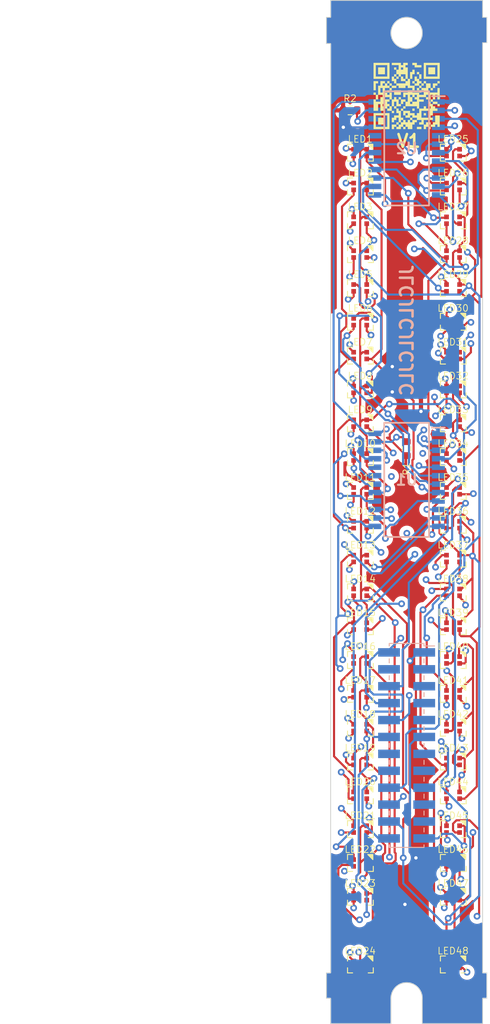
<source format=kicad_pcb>
(kicad_pcb (version 20221018) (generator pcbnew)
  (layers (0 "F.Cu" signal) (1 "In1.Cu" signal) (2 "In2.Cu" signal) (31 "B.Cu" signal) (34 "B.Paste" user) (35 "F.Paste" user) (36 "B.SilkS" user "B.Silkscreen") (37 "F.SilkS" user "F.Silkscreen") (38 "B.Mask" user) (39 "F.Mask" user) (44 "Edge.Cuts" user))
  (net 0 "")
  (net 1 "+5V")
  (net 2 "GND")
  (net 3 "/SIN_LS")
  (net 4 "/SCK_LS")
  (net 5 "/LAT_LS")
  (net 6 "/OUTL_0")
  (net 7 "/OUTL_1")
  (net 8 "/OUTL_2")
  (net 9 "/OUTL_3")
  (net 10 "/OUTL_4")
  (net 11 "/OUTL_5")
  (net 12 "/OUTL_6")
  (net 13 "/OUTL_7")
  (net 14 "/OUTL_8")
  (net 15 "/OUTL_9")
  (net 16 "/OUTL_10")
  (net 17 "/OUTL_11")
  (net 18 "/OUTL_12")
  (net 19 "/OUTL_13")
  (net 20 "/OUTL_14")
  (net 21 "Net-(U1-REXT)")
  (net 22 "Net-(U2-REXT)")
  (net 24 "/OUTR_0")
  (net 25 "/OUTR_1")
  (net 26 "/OUTR_2")
  (net 27 "/OUTR_3")
  (net 28 "/OUTR_4")
  (net 29 "/OUTR_5")
  (net 30 "/OUTR_6")
  (net 31 "/OUTR_7")
  (net 32 "/OUTR_8")
  (net 33 "/OUTR_9")
  (net 34 "/OUTR_10")
  (net 35 "/OUTR_11")
  (net 36 "/OUTR_12")
  (net 37 "/OUTR_13")
  (net 38 "/OUTR_14")
  (net 39 "Net-(U1-SOUT)")
  (net 41 "/SCK_R")
  (net 42 "/SENS_LOCK")
  (net 43 "/SIN_R")
  (net 44 "/LAT_R")
  (net 46 "/SCK_L")
  (net 47 "/BTN_LOCK")
  (net 48 "/SIN_L")
  (net 49 "/BTN_SRVC")
  (net 50 "/LAT_L")
  (net 51 "/L1_EN")
  (net 53 "/L2_EN")
  (net 55 "/L3_EN")
  (net 56 "/L5_EN")
  (net 57 "/L4_EN")
  (footprint "footprints:LED RGB XINGLIGHT XL-2012RGBC 0805" (layer "F.Cu") (at 95 64)
    (fp_text reference "LED32")
    (fp_text value "XL-2012RGBC")
  )
  (footprint "footprints:LED RGB XINGLIGHT XL-2012RGBC 0805" (layer "F.Cu") (at 95 68)
    (fp_text reference "LED33")
    (fp_text value "XL-2012RGBC")
  )
  (footprint "footprints:LED RGB XINGLIGHT XL-2012RGBC 0805" (layer "F.Cu") (at 95 132)
    (fp_text reference "LED48")
    (fp_text value "XL-2012RGBC")
  )
  (footprint "footprints:LED RGB XINGLIGHT XL-2012RGBC 0805" (layer "F.Cu") (at 95 52)
    (fp_text reference "LED29")
    (fp_text value "XL-2012RGBC")
  )
  (footprint "footprints:LED RGB XINGLIGHT XL-2012RGBC 0805" (layer "F.Cu") (at 95 40)
    (fp_text reference "LED26")
    (fp_text value "XL-2012RGBC")
  )
  (footprint "footprints:LED RGB XINGLIGHT XL-2012RGBC 0805" (layer "F.Cu") (at 95 120)
    (fp_text reference "LED46")
    (fp_text value "XL-2012RGBC")
  )
  (footprint "footprints:LED RGB XINGLIGHT XL-2012RGBC 0805" (layer "F.Cu") (at 95 44)
    (fp_text reference "LED27")
    (fp_text value "XL-2012RGBC")
  )
  (footprint "footprints:LED RGB XINGLIGHT XL-2012RGBC 0805" (layer "F.Cu") (at 84 120)
    (fp_text reference "LED22")
    (fp_text value "XL-2012RGBC")
  )
  (footprint "footprints:LED RGB XINGLIGHT XL-2012RGBC 0805" (layer "F.Cu") (at 95 60)
    (fp_text reference "LED31")
    (fp_text value "XL-2012RGBC")
  )
  (footprint "footprints:LED RGB XINGLIGHT XL-2012RGBC 0805" (layer "F.Cu") (at 84 124)
    (fp_text reference "LED23")
    (fp_text value "XL-2012RGBC")
  )
  (footprint "footprints:LED RGB XINGLIGHT XL-2012RGBC 0805" (layer "F.Cu") (at 84 44)
    (fp_text reference "LED3")
    (fp_text value "XL-2012RGBC")
  )
  (footprint "footprints:LED RGB XINGLIGHT XL-2012RGBC 0805" (layer "F.Cu") (at 84 64)
    (fp_text reference "LED8")
    (fp_text value "XL-2012RGBC")
  )
  (footprint "footprints:LED RGB XINGLIGHT XL-2012RGBC 0805" (layer "F.Cu") (at 95 36)
    (fp_text reference "LED25")
    (fp_text value "XL-2012RGBC")
  )
  (footprint "footprints:LED RGB XINGLIGHT XL-2012RGBC 0805" (layer "F.Cu") (at 84 84)
    (fp_text reference "LED13")
    (fp_text value "XL-2012RGBC")
  )
  (footprint "Resistor_SMD:R_0603_1608Metric" (layer "F.Cu") (at 89.5 71 90)
    (fp_text reference "R1")
    (fp_text value "820")
  )
  (footprint "footprints:LED RGB XINGLIGHT XL-2012RGBC 0805" (layer "F.Cu") (at 95 80)
    (fp_text reference "LED36")
    (fp_text value "XL-2012RGBC")
  )
  (footprint "footprints:LED RGB XINGLIGHT XL-2012RGBC 0805" (layer "F.Cu") (at 84 36)
    (fp_text reference "LED1")
    (fp_text value "XL-2012RGBC")
  )
  (footprint "footprints:LED RGB XINGLIGHT XL-2012RGBC 0805" (layer "F.Cu") (at 95 84)
    (fp_text reference "LED37")
    (fp_text value "XL-2012RGBC")
  )
  (footprint "footprints:LED RGB XINGLIGHT XL-2012RGBC 0805" (layer "F.Cu") (at 84 88)
    (fp_text reference "LED14")
    (fp_text value "XL-2012RGBC")
  )
  (footprint "footprints:LED RGB XINGLIGHT XL-2012RGBC 0805" (layer "F.Cu") (at 95 108)
    (fp_text reference "LED43")
    (fp_text value "XL-2012RGBC")
  )
  (footprint "footprints:LED RGB XINGLIGHT XL-2012RGBC 0805" (layer "F.Cu") (at 95 72)
    (fp_text reference "LED34")
    (fp_text value "XL-2012RGBC")
  )
  (footprint "footprints:LED RGB XINGLIGHT XL-2012RGBC 0805" (layer "F.Cu") (at 95 48)
    (fp_text reference "LED28")
    (fp_text value "XL-2012RGBC")
  )
  (footprint "footprints:LED RGB XINGLIGHT XL-2012RGBC 0805" (layer "F.Cu") (at 84 76)
    (fp_text reference "LED11")
    (fp_text value "XL-2012RGBC")
  )
  (footprint "footprints:LED RGB XINGLIGHT XL-2012RGBC 0805" (layer "F.Cu") (at 95 116)
    (fp_text reference "LED45")
    (fp_text value "XL-2012RGBC")
  )
  (footprint "footprints:LED RGB XINGLIGHT XL-2012RGBC 0805" (layer "F.Cu") (at 84 60)
    (fp_text reference "LED7")
    (fp_text value "XL-2012RGBC")
  )
  (footprint "footprints:LED RGB XINGLIGHT XL-2012RGBC 0805" (layer "F.Cu") (at 84 92)
    (fp_text reference "LED15")
    (fp_text value "XL-2012RGBC")
  )
  (footprint "footprints:LED RGB XINGLIGHT XL-2012RGBC 0805" (layer "F.Cu") (at 95 104)
    (fp_text reference "LED42")
    (fp_text value "XL-2012RGBC")
  )
  (footprint "footprints:LED RGB XINGLIGHT XL-2012RGBC 0805" (layer "F.Cu") (at 84 40)
    (fp_text reference "LED2")
    (fp_text value "XL-2012RGBC")
  )
  (footprint "footprints:LED RGB XINGLIGHT XL-2012RGBC 0805" (layer "F.Cu") (at 84 72)
    (fp_text reference "LED10")
    (fp_text value "XL-2012RGBC")
  )
  (footprint "footprints:LED RGB XINGLIGHT XL-2012RGBC 0805" (layer "F.Cu") (at 95 92)
    (fp_text reference "LED39")
    (fp_text value "XL-2012RGBC")
  )
  (footprint "footprints:LED RGB XINGLIGHT XL-2012RGBC 0805" (layer "F.Cu") (at 84 96)
    (fp_text reference "LED16")
    (fp_text value "XL-2012RGBC")
  )
  (footprint "footprints:LED RGB XINGLIGHT XL-2012RGBC 0805" (layer "F.Cu") (at 84 56)
    (fp_text reference "LED6")
    (fp_text value "XL-2012RGBC")
  )
  (footprint "footprints:LED RGB XINGLIGHT XL-2012RGBC 0805" (layer "F.Cu") (at 84 100)
    (fp_text reference "LED17")
    (fp_text value "XL-2012RGBC")
  )
  (footprint "footprints:LED RGB XINGLIGHT XL-2012RGBC 0805" (layer "F.Cu") (at 84 80)
    (fp_text reference "LED12")
    (fp_text value "XL-2012RGBC")
  )
  (footprint "footprints:LED RGB XINGLIGHT XL-2012RGBC 0805" (layer "F.Cu") (at 95 96)
    (fp_text reference "LED40")
    (fp_text value "XL-2012RGBC")
  )
  (footprint "footprints:LED RGB XINGLIGHT XL-2012RGBC 0805" (layer "F.Cu") (at 95 112)
    (fp_text reference "LED44")
    (fp_text value "XL-2012RGBC")
  )
  (footprint "footprints:LED RGB XINGLIGHT XL-2012RGBC 0805" (layer "F.Cu") (at 84 52)
    (fp_text reference "LED5")
    (fp_text value "XL-2012RGBC")
  )
  (footprint "LOGO" (layer "F.Cu") (at 89.5 29.3)
    (fp_text reference "v1" hide)
    (fp_text value "LOGO" hide)
  )
  (footprint "footprints:LED RGB XINGLIGHT XL-2012RGBC 0805" (layer "F.Cu") (at 84 132)
    (fp_text reference "LED24")
    (fp_text value "XL-2012RGBC")
  )
  (footprint "footprints:LED RGB XINGLIGHT XL-2012RGBC 0805" (layer "F.Cu") (at 84 108)
    (fp_text reference "LED19")
    (fp_text value "XL-2012RGBC")
  )
  (footprint "footprints:LED RGB XINGLIGHT XL-2012RGBC 0805" (layer "F.Cu") (at 84 116)
    (fp_text reference "LED21")
    (fp_text value "XL-2012RGBC")
  )
  (footprint "footprints:LED RGB XINGLIGHT XL-2012RGBC 0805" (layer "F.Cu") (at 84 48)
    (fp_text reference "LED4")
    (fp_text value "XL-2012RGBC")
  )
  (footprint "footprints:LED RGB XINGLIGHT XL-2012RGBC 0805" (layer "F.Cu") (at 84 112)
    (fp_text reference "LED20")
    (fp_text value "XL-2012RGBC")
  )
  (footprint "footprints:LED RGB XINGLIGHT XL-2012RGBC 0805" (layer "F.Cu") (at 95 124)
    (fp_text reference "LED47")
    (fp_text value "XL-2012RGBC")
  )
  (footprint "footprints:LED RGB XINGLIGHT XL-2012RGBC 0805" (layer "F.Cu") (at 95 56)
    (fp_text reference "LED30")
    (fp_text value "XL-2012RGBC")
  )
  (footprint "footprints:LED RGB XINGLIGHT XL-2012RGBC 0805" (layer "F.Cu") (at 95 76)
    (fp_text reference "LED35")
    (fp_text value "XL-2012RGBC")
  )
  (footprint "footprints:LED RGB XINGLIGHT XL-2012RGBC 0805" (layer "F.Cu") (at 84 68)
    (fp_text reference "LED9")
    (fp_text value "XL-2012RGBC")
  )
  (footprint "footprints:LED RGB XINGLIGHT XL-2012RGBC 0805" (layer "F.Cu") (at 95 88)
    (fp_text reference "LED38")
    (fp_text value "XL-2012RGBC")
  )
  (footprint "Resistor_SMD:R_0603_1608Metric" (layer "F.Cu") (at 82.8 31)
    (fp_text reference "R2")
    (fp_text value "820")
  )
  (footprint "footprints:LED RGB XINGLIGHT XL-2012RGBC 0805" (layer "F.Cu") (at 95 100)
    (fp_text reference "LED41")
    (fp_text value "XL-2012RGBC")
  )
  (footprint "footprints:LED RGB XINGLIGHT XL-2012RGBC 0805" (layer "F.Cu") (at 84 104)
    (fp_text reference "LED18")
    (fp_text value "XL-2012RGBC")
  )
  (footprint "TB62747AFG:SOP100P800X190-24N" (layer "B.Cu") (at 89.5 74.7 180)
    (fp_text reference "U1")
    (fp_text value "TB62747AFG,C8,EL" hide)
  )
  (footprint "TB62747AFG:SOP100P800X190-24N" (layer "B.Cu") (at 89.5 35.5 180)
    (fp_text reference "U2")
    (fp_text value "TB62747AFG,C8,EL" hide)
  )
  (footprint "Connector_PinHeader_2.00mm:PinHeader_2x12_P2.00mm_Vertical_SMD" (layer "B.Cu") (at 89.5 106.1 180)
    (fp_text reference "J1")
    (fp_text value "Conn_02x12_Top_Bottom")
  )
  (gr_line (start 99 133) (end 98.5 133) (stroke (width 0.1)) (layer "Edge.Cuts"))
  (gr_circle (center 89.5 21.85) (end 91.35 21.85) (stroke (width 0.1)) (fill none) (layer "Edge.Cuts"))
  (gr_line (start 87.65 136) (end 87.65 139) (stroke (width 0.1)) (layer "Edge.Cuts"))
  (gr_line (start 80.5 18) (end 98.5 18) (stroke (width 0.1)) (layer "Edge.Cuts"))
  (gr_line (start 99 23) (end 98.5 23) (stroke (width 0.1)) (layer "Edge.Cuts"))
  (gr_line (start 98.5 18) (end 98.5 20) (stroke (width 0.1)) (layer "Edge.Cuts"))
  (gr_line (start 98.5 139) (end 98.5 136) (stroke (width 0.1)) (layer "Edge.Cuts"))
  (gr_line (start 99 20) (end 99 23) (stroke (width 0.1)) (layer "Edge.Cuts"))
  (gr_line (start 80 20) (end 80 23.1) (stroke (width 0.1)) (layer "Edge.Cuts"))
  (gr_arc (start 87.65 136) (mid 89.5 134.15) (end 91.35 136) (stroke (width 0.1)) (layer "Edge.Cuts"))
  (gr_line (start 80 23.1) (end 80.5 23.1) (stroke (width 0.1)) (layer "Edge.Cuts"))
  (gr_line (start 80 133) (end 80.5 133) (stroke (width 0.1)) (layer "Edge.Cuts"))
  (gr_line (start 80.5 139) (end 80.5 136) (stroke (width 0.1)) (layer "Edge.Cuts"))
  (gr_line (start 98.5 20) (end 99 20) (stroke (width 0.1)) (layer "Edge.Cuts"))
  (gr_line (start 91.35 136) (end 91.35 139) (stroke (width 0.1)) (layer "Edge.Cuts"))
  (gr_line (start 99 133) (end 99 136) (stroke (width 0.1)) (layer "Edge.Cuts"))
  (gr_line (start 80.5 139) (end 87.65 139) (stroke (width 0.1)) (layer "Edge.Cuts"))
  (gr_line (start 80 133) (end 80 136) (stroke (width 0.1)) (layer "Edge.Cuts"))
  (gr_line (start 98.5 133) (end 98.5 23) (stroke (width 0.1)) (layer "Edge.Cuts"))
  (gr_line (start 80.5 18) (end 80.5 20) (stroke (width 0.1)) (layer "Edge.Cuts"))
  (gr_line (start 98.5 139) (end 91.35 139) (stroke (width 0.1)) (layer "Edge.Cuts"))
  (gr_line (start 80.5 23.1) (end 80.5 133) (stroke (width 0.1)) (layer "Edge.Cuts"))
  (gr_line (start 99 136) (end 98.5 136) (stroke (width 0.1)) (layer "Edge.Cuts"))
  (gr_line (start 80 136) (end 80.5 136) (stroke (width 0.1)) (layer "Edge.Cuts"))
  (gr_line (start 80.5 20) (end 80 20) (stroke (width 0.1)) (layer "Edge.Cuts"))
  (gr_text "JLCJLCJLCJLC" (at 90.4 49.1 90) (layer "B.SilkS") (effects (font (size 1.5 1.5) (thickness 0.3) bold) (justify left bottom mirror)))
  (gr_text "V1" (at 88.2 35.5) (layer "F.SilkS") (effects (font (size 1.5 1.5) (thickness 0.3) bold) (justify left bottom)))
  (via (at 87.1049 68.6858) (size 0.8) (drill 0.4) (layers "F.Cu" "B.Cu") (net 1))
  (via (at 88.8149 93.416) (size 0.8) (drill 0.4) (layers "F.Cu" "B.Cu") (net 1))
  (segment (start 85.738 30) (end 81.8237 30) (width 0.25) (layer "B.Cu") (net 1))
  (segment (start 88.855 102.1) (end 89.03 101.925) (width 0.25) (layer "B.Cu") (net 1))
  (segment (start 85.7 102.1) (end 88.855 102.1) (width 0.25) (layer "B.Cu") (net 1))
  (segment (start 81.8237 30) (end 80.8476 30.9761) (width 0.25) (layer "B.Cu") (net 1))
  (segment (start 87.415 95.1) (end 87.1309 95.1) (width 0.25) (layer "B.Cu") (net 1))
  (segment (start 87.1309 95.1) (end 88.8149 93.416) (width 0.25) (layer "B.Cu") (net 1))
  (segment (start 85.738 69.2) (end 84.6486 69.2) (width 0.25) (layer "B.Cu") (net 1))
  (segment (start 85.738 69.2) (end 86.4 69.2) (width 0.25) (layer "B.Cu") (net 1))
  (segment (start 80.8476 65.399) (end 80.8476 30.9761) (width 0.25) (layer "B.Cu") (net 1))
  (segment (start 86.6257 95.1) (end 86.7251 95.1) (width 0.25) (layer "B.Cu") (net 1))
  (segment (start 86.6257 95.1) (end 86.7251 95.1) (width 0.25) (layer "B.Cu") (net 1))
  (segment (start 85.1265 96.0735) (end 86.1 95.1) (width 0.25) (layer "B.Cu") (net 1))
  (segment (start 87.415 105.1) (end 85.6 105.1) (width 0.25) (layer "B.Cu") (net 1))
  (segment (start 85.5849 100.085) (end 85.1265 99.6265) (width 0.25) (layer "B.Cu") (net 1))
  (segment (start 85.1265 99.6265) (end 85.1265 96.0735) (width 0.25) (layer "B.Cu") (net 1))
  (segment (start 84.7 104.2) (end 84.7 103.1) (width 0.25) (layer "B.Cu") (net 1))
  (segment (start 87.1309 95.1) (end 86.7251 95.1) (width 0.25) (layer "B.Cu") (net 1))
  (segment (start 84.7 103.1) (end 85.7 102.1) (width 0.25) (layer "B.Cu") (net 1))
  (segment (start 86.4 69.2) (end 86.9142 68.6858) (width 0.25) (layer "B.Cu") (net 1))
  (segment (start 84.6486 69.2) (end 80.8476 65.399) (width 0.25) (layer "B.Cu") (net 1))
  (segment (start 87.1309 95.1) (end 87.415 95.1) (width 0.25) (layer "B.Cu") (net 1))
  (segment (start 85.6 105.1) (end 84.7 104.2) (width 0.25) (layer "B.Cu") (net 1))
  (segment (start 86.7251 95.1) (end 87.1309 95.1) (width 0.25) (layer "B.Cu") (net 1))
  (segment (start 86.9142 68.6858) (end 87.1049 68.6858) (width 0.25) (layer "B.Cu") (net 1))
  (segment (start 86.7251 95.1) (end 87.1309 95.1) (width 0.25) (layer "B.Cu") (net 1))
  (segment (start 88.8849 100.085) (end 85.5849 100.085) (width 0.25) (layer "B.Cu") (net 1))
  (segment (start 89.03 100.23) (end 88.8849 100.085) (width 0.25) (layer "B.Cu") (net 1))
  (segment (start 86.1 95.1) (end 86.6257 95.1) (width 0.25) (layer "B.Cu") (net 1))
  (segment (start 89.03 101.925) (end 89.03 100.23) (width 0.25) (layer "B.Cu") (net 1))
  (segment (start 81.975 31) (end 81.975 32.975) (width 0.25) (layer "F.Cu") (net 2))
  (segment (start 88.8006 76.3) (end 88.1006 77) (width 0.25) (layer "F.Cu") (net 2))
  (segment (start 90.6 119.4) (end 90.6 99.5) (width 0.25) (layer "F.Cu") (net 2))
  (segment (start 88.9 67.916) (end 87.5 69.316) (width 0.25) (layer "F.Cu") (net 2))
  (segment (start 84.025 33.025) (end 87.8 36.8) (width 0.25) (layer "F.Cu") (net 2))
  (segment (start 90.6 123.6) (end 89.3 124.9) (width 0.25) (layer "F.Cu") (net 2))
  (segment (start 86 75.3) (end 84 73.3) (width 0.25) (layer "F.Cu") (net 2))
  (segment (start 89.9 98.8) (end 89.9 96.1) (width 0.25) (layer "F.Cu") (net 2))
  (segment (start 90.6 119.4) (end 90.6 123.6) (width 0.25) (layer "F.Cu") (net 2))
  (segment (start 88.8006 76.3) (end 88.8006 74.8994) (width 0.25) (layer "F.Cu") (net 2))
  (segment (start 89.4 74.3) (end 89.4 71.925) (width 0.25) (layer "F.Cu") (net 2))
  (segment (start 88.1006 77) (end 86.7 77) (width 0.25) (layer "F.Cu") (net 2))
  (segment (start 90.3 94.2) (end 90.3 88.6) (width 0.25) (layer "F.Cu") (net 2))
  (segment (start 86.7 77) (end 86 76.3) (width 0.25) (layer "F.Cu") (net 2))
  (segment (start 86 76.3) (end 86 75.3) (width 0.25) (layer "F.Cu") (net 2))
  (segment (start 84 70.3) (end 83.7 70) (width 0.25) (layer "F.Cu") (net 2))
  (segment (start 87.5 69.316) (end 87.5 69.873) (width 0.25) (layer "F.Cu") (net 2))
  (segment (start 82.025 33.025) (end 84.025 33.025) (width 0.25) (layer "F.Cu") (net 2))
  (segment (start 82 33) (end 82.025 33.025) (width 0.25) (layer "F.Cu") (net 2))
  (segment (start 89.9 96.1) (end 89.9 94.6) (width 0.25) (layer "F.Cu") (net 2))
  (segment (start 88.8006 80.0994) (end 88.8006 76.3) (width 0.25) (layer "F.Cu") (net 2))
  (segment (start 87.5 69.873) (end 89.452 71.825) (width 0.25) (layer "F.Cu") (net 2))
  (segment (start 87.8 36.8) (end 87.8 61.3) (width 0.25) (layer "F.Cu") (net 2))
  (segment (start 89.9 94.6) (end 90.3 94.2) (width 0.25) (layer "F.Cu") (net 2))
  (segment (start 88.9 65.4) (end 88.9 67.916) (width 0.25) (layer "F.Cu") (net 2))
  (segment (start 89.4 71.925) (end 89.5 71.825) (width 0.25) (layer "F.Cu") (net 2))
  (segment (start 88.3 80.6) (end 88.8006 80.0994) (width 0.25) (layer "F.Cu") (net 2))
  (segment (start 88.8006 74.8994) (end 89.4 74.3) (width 0.25) (layer "F.Cu") (net 2))
  (segment (start 87.8 61.3) (end 91.2 64.7) (width 0.25) (layer "F.Cu") (net 2))
  (segment (start 90.6 99.5) (end 89.9 98.8) (width 0.25) (layer "F.Cu") (net 2))
  (segment (start 91.2 64.7) (end 91.2 66.6) (width 0.25) (layer "F.Cu") (net 2))
  (segment (start 89.452 71.825) (end 89.5 71.825) (width 0.25) (layer "F.Cu") (net 2))
  (segment (start 90.3 88.6) (end 88.3 86.6) (width 0.25) (layer "F.Cu") (net 2))
  (segment (start 88.3 86.6) (end 88.3 80.6) (width 0.25) (layer "F.Cu") (net 2))
  (segment (start 84 73.3) (end 84 70.3) (width 0.25) (layer "F.Cu") (net 2))
  (segment (start 87.8 64.3) (end 88.9 65.4) (width 0.25) (layer "F.Cu") (net 2))
  (segment (start 81.975 32.975) (end 82 33) (width 0.25) (layer "F.Cu") (net 2))
  (via (at 90.6 119.4) (size 0.8) (drill 0.4) (layers "F.Cu" "B.Cu") (net 2))
  (via (at 82 33) (size 0.8) (drill 0.4) (layers "F.Cu" "B.Cu") (net 2))
  (via (at 89.9 96.1) (size 0.8) (drill 0.4) (layers "F.Cu" "B.Cu") (net 2))
  (via (at 87.8 64.3) (size 0.8) (drill 0.4) (layers "F.Cu" "B.Cu") (net 2))
  (via (at 83.7 70) (size 0.8) (drill 0.4) (layers "F.Cu" "B.Cu") (net 2))
  (via (at 89.3 124.9) (size 0.8) (drill 0.4) (layers "F.Cu" "B.Cu") (net 2))
  (via (at 87.8 61.3) (size 0.8) (drill 0.4) (layers "F.Cu" "B.Cu") (net 2))
  (via (at 91.2 66.6) (size 0.8) (drill 0.4) (layers "F.Cu" "B.Cu") (net 2))
  (segment (start 91.2 66.8) (end 93.262 68.862) (width 0.25) (layer "B.Cu") (net 2))
  (segment (start 89.9 118.7) (end 89.9 105.995) (width 0.25) (layer "B.Cu") (net 2))
  (segment (start 90.795 105.1) (end 91.585 105.1) (width 0.25) (layer "B.Cu") (net 2))
  (segment (start 84.6 72.2) (end 84.1 71.7) (width 0.25) (layer "B.Cu") (net 2))
  (segment (start 84.1 71.7) (end 84.1 70.4) (width 0.25) (layer "B.Cu") (net 2))
  (segment (start 90.6 30) (end 93.262 30) (width 0.25) (layer "B.Cu") (net 2))
  (segment (start 90.6 119.4) (end 89.9 118.7) (width 0.25) (layer "B.Cu") (net 2))
  (segment (start 85.738 72.2) (end 84.6 72.2) (width 0.25) (layer "B.Cu") (net 2))
  (segment (start 90.9 95.1) (end 89.9 96.1) (width 0.25) (layer "B.Cu") (net 2))
  (segment (start 91.2 66.6) (end 91.2 66.8) (width 0.25) (layer "B.Cu") (net 2))
  (segment (start 82.025 33.025) (end 85.713 33.025) (width 0.25) (layer "B.Cu") (net 2))
  (segment (start 85.713 33.025) (end 85.738 33) (width 0.25) (layer "B.Cu") (net 2))
  (segment (start 93.262 68.862) (end 93.262 69.2) (width 0.25) (layer "B.Cu") (net 2))
  (segment (start 84.1 70.4) (end 83.7 70) (width 0.25) (layer "B.Cu") (net 2))
  (segment (start 85.738 33) (end 87.6 33) (width 0.25) (layer "B.Cu") (net 2))
  (segment (start 91.585 95.1) (end 90.9 95.1) (width 0.25) (layer "B.Cu") (net 2))
  (segment (start 87.6 33) (end 90.6 30) (width 0.25) (layer "B.Cu") (net 2))
  (segment (start 89.9 105.995) (end 90.795 105.1) (width 0.25) (layer "B.Cu") (net 2))
  (segment (start 82 33) (end 82.025 33.025) (width 0.25) (layer "B.Cu") (net 2))
  (via (at 88.9024 89.3486) (size 0.8) (drill 0.4) (layers "F.Cu" "B.Cu") (net 3))
  (via (at 91.5749 69.826) (size 0.8) (drill 0.4) (layers "F.Cu" "B.Cu") (net 3))
  (segment (start 84.6765 99.9015) (end 85.875 101.1) (width 0.25) (layer "B.Cu") (net 3))
  (segment (start 93.262 70.2) (end 91.9489 70.2) (width 0.25) (layer "B.Cu") (net 3))
  (segment (start 88.9024 89.3486) (end 86.3587 89.3486) (width 0.25) (layer "B.Cu") (net 3))
  (segment (start 86.3587 89.3486) (end 84.6765 91.0308) (width 0.25) (layer "B.Cu") (net 3))
  (segment (start 84.6765 91.0308) (end 84.6765 99.9015) (width 0.25) (layer "B.Cu") (net 3))
  (segment (start 85.875 101.1) (end 87.415 101.1) (width 0.25) (layer "B.Cu") (net 3))
  (segment (start 91.9489 70.2) (end 91.5749 69.826) (width 0.25) (layer "B.Cu") (net 3))
  (via (at 90.4153 47.3845) (size 0.8) (drill 0.4) (layers "F.Cu" "B.Cu") (net 4))
  (via (at 89.8107 100.185) (size 0.8) (drill 0.4) (layers "F.Cu" "B.Cu") (net 4))
  (via (at 91.5425 68.7973) (size 0.8) (drill 0.4) (layers "F.Cu" "B.Cu") (net 4))
  (segment (start 96.5866 32) (end 93.262 32) (width 0.25) (layer "B.Cu") (net 4))
  (segment (start 89.0319 103.1) (end 89.8107 102.321) (width 0.25) (layer "B.Cu") (net 4))
  (segment (start 97.9312 33.3446) (end 96.5866 32) (width 0.25) (layer "B.Cu") (net 4))
  (segment (start 97.9312 49.1676) (end 96.845 50.2538) (width 0.25) (layer "B.Cu") (net 4))
  (segment (start 89.8107 102.321) (end 89.8107 100.185) (width 0.25) (layer "B.Cu") (net 4))
  (segment (start 87.415 103.1) (end 89.0319 103.1) (width 0.25) (layer "B.Cu") (net 4))
  (segment (start 97.9312 33.3446) (end 97.9312 49.1676) (width 0.25) (layer "B.Cu") (net 4))
  (segment (start 90.8375 70.1375) (end 91.4 70.7) (width 0.25) (layer "B.Cu") (net 4))
  (segment (start 90.8375 69.5023) (end 90.8375 70.1375) (width 0.25) (layer "B.Cu") (net 4))
  (segment (start 91.5607 47.3845) (end 90.4153 47.3845) (width 0.25) (layer "B.Cu") (net 4))
  (segment (start 91.7495 70.7) (end 92.2495 71.2) (width 0.25) (layer "B.Cu") (net 4))
  (segment (start 92.2495 71.2) (end 93.262 71.2) (width 0.25) (layer "B.Cu") (net 4))
  (segment (start 91.5425 68.7973) (end 90.8375 69.5023) (width 0.25) (layer "B.Cu") (net 4))
  (segment (start 96.845 50.2538) (end 94.43 50.2538) (width 0.25) (layer "B.Cu") (net 4))
  (segment (start 94.43 50.2538) (end 91.5607 47.3845) (width 0.25) (layer "B.Cu") (net 4))
  (segment (start 91.4 70.7) (end 91.7495 70.7) (width 0.25) (layer "B.Cu") (net 4))
  (via (at 97.0985 57.5572) (size 0.8) (drill 0.4) (layers "F.Cu" "B.Cu") (net 5))
  (via (at 95.2 32.8315) (size 0.8) (drill 0.4) (layers "F.Cu" "B.Cu") (net 5))
  (segment (start 93.262 33) (end 95.0315 33) (width 0.25) (layer "B.Cu") (net 5))
  (segment (start 93.262 72.2) (end 94.6002 72.2) (width 0.25) (layer "B.Cu") (net 5))
  (segment (start 97.0068 57.5572) (end 97.0985 57.5572) (width 0.25) (layer "B.Cu") (net 5))
  (segment (start 94.8915 81.7155) (end 94.8915 76.2887) (width 0.25) (layer "B.Cu") (net 5))
  (segment (start 97.6787 65.884) (end 96.3365 64.5418) (width 0.25) (layer "B.Cu") (net 5))
  (segment (start 96.3002 70.5) (end 96.3002 68.9745) (width 0.25) (layer "B.Cu") (net 5))
  (segment (start 89.7582 94.0478) (end 89.7582 86.8488) (width 0.25) (layer "B.Cu") (net 5))
  (segment (start 94.6002 72.2) (end 96.3002 70.5) (width 0.25) (layer "B.Cu") (net 5))
  (segment (start 96.3002 68.9745) (end 97.6787 67.596) (width 0.25) (layer "B.Cu") (net 5))
  (segment (start 96.3365 64.5418) (end 96.3365 58.2275) (width 0.25) (layer "B.Cu") (net 5))
  (segment (start 94.8915 76.2887) (end 96.3002 74.88) (width 0.25) (layer "B.Cu") (net 5))
  (segment (start 87.415 99.1) (end 89.0319 99.1) (width 0.25) (layer "B.Cu") (net 5))
  (segment (start 89.0319 99.1) (end 89.0319 94.7741) (width 0.25) (layer "B.Cu") (net 5))
  (segment (start 97.6787 67.596) (end 97.6787 65.884) (width 0.25) (layer "B.Cu") (net 5))
  (segment (start 89.0319 94.7741) (end 89.7582 94.0478) (width 0.25) (layer "B.Cu") (net 5))
  (segment (start 96.3002 74.88) (end 96.3002 70.5) (width 0.25) (layer "B.Cu") (net 5))
  (segment (start 95.0315 33) (end 95.2 32.8315) (width 0.25) (layer "B.Cu") (net 5))
  (segment (start 96.3365 58.2275) (end 97.0068 57.5572) (width 0.25) (layer "B.Cu") (net 5))
  (segment (start 89.7582 86.8488) (end 94.8915 81.7155) (width 0.25) (layer "B.Cu") (net 5))
  (segment (start 85.3769 116.4) (end 85.3769 114.988) (width 0.25) (layer "F.Cu") (net 6))
  (segment (start 84.775 76.4) (end 84.775 77.9603) (width 0.25) (layer "F.Cu") (net 6))
  (segment (start 84.775 36.4) (end 84.775 37.0019) (width 0.25) (layer "F.Cu") (net 6))
  (segment (start 84.775 37.0019) (end 86.9428 39.1697) (width 0.25) (layer "F.Cu") (net 6))
  (segment (start 84.775 77.9603) (end 86.9865 80.1718) (width 0.25) (layer "F.Cu") (net 6))
  (segment (start 84.775 96.4) (end 87.4686 99.0936) (width 0.25) (layer "F.Cu") (net 6))
  (segment (start 84.775 57.0714) (end 85.2812 57.5776) (width 0.25) (layer "F.Cu") (net 6))
  (segment (start 87.4686 99.0936) (end 87.4686 99.1) (width 0.25) (layer "F.Cu") (net 6))
  (segment (start 84.775 56.4) (end 84.775 57.0714) (width 0.25) (layer "F.Cu") (net 6))
  (segment (start 84.775 116.4) (end 85.3769 116.4) (width 0.25) (layer "F.Cu") (net 6))
  (segment (start 85.3769 114.988) (end 85.0432 114.654) (width 0.25) (layer "F.Cu") (net 6))
  (segment (start 86.9428 39.1697) (end 86.9428 42.0366) (width 0.25) (layer "F.Cu") (net 6))
  (segment (start 87.4686 99.1) (end 87.4686 119.303) (width 0.25) (layer "F.Cu") (net 6))
  (segment (start 86.9865 80.1718) (end 86.9865 81.6288) (width 0.25) (layer "F.Cu") (net 6))
  (via (at 86.9865 81.6288) (size 0.8) (drill 0.4) (layers "F.Cu" "B.Cu") (net 6))
  (via (at 85.0432 114.654) (size 0.8) (drill 0.4) (layers "F.Cu" "B.Cu") (net 6))
  (via (at 87.4686 119.303) (size 0.8) (drill 0.4) (layers "F.Cu" "B.Cu") (net 6))
  (via (at 86.9428 42.0366) (size 0.8) (drill 0.4) (layers "F.Cu" "B.Cu") (net 6))
  (via (at 90.9561 73.015) (size 0.8) (drill 0.4) (layers "F.Cu" "B.Cu") (net 6))
  (via (at 87.6945 74.2954) (size 0.8) (drill 0.4) (layers "F.Cu" "B.Cu") (net 6))
  (via (at 85.2812 57.5776) (size 0.8) (drill 0.4) (layers "F.Cu" "B.Cu") (net 6))
  (segment (start 93.262 73.2) (end 91.1411 73.2) (width 0.25) (layer "B.Cu") (net 6))
  (segment (start 91.1411 73.2) (end 90.9561 73.015) (width 0.25) (layer "B.Cu") (net 6))
  (segment (start 83.225 116.4) (end 81.7484 116.4) (width 0.25) (layer "F.Cu") (net 7))
  (segment (start 83.225 37.0019) (end 83.1275 37.0994) (width 0.25) (layer "F.Cu") (net 7))
  (segment (start 83.225 97.0208) (end 83.225 96.4) (width 0.25) (layer "F.Cu") (net 7))
  (segment (start 83.225 36.4) (end 83.225 37.0019) (width 0.25) (layer "F.Cu") (net 7))
  (segment (start 83.225 56.8586) (end 82.4366 57.647) (width 0.25) (layer "F.Cu") (net 7))
  (segment (start 81.7614 98.4844) (end 83.225 97.0208) (width 0.25) (layer "F.Cu") (net 7))
  (segment (start 83.225 77.2732) (end 83.225 76.4) (width 0.25) (layer "F.Cu") (net 7))
  (segment (start 83.1275 37.0994) (end 83.1275 37.3171) (width 0.25) (layer "F.Cu") (net 7))
  (segment (start 82.8419 77.6563) (end 83.225 77.2732) (width 0.25) (layer "F.Cu") (net 7))
  (segment (start 83.225 56.4) (end 83.225 56.8586) (width 0.25) (layer "F.Cu") (net 7))
  (segment (start 81.7614 99.4101) (end 81.7614 98.4844) (width 0.25) (layer "F.Cu") (net 7))
  (via (at 81.7484 116.4) (size 0.8) (drill 0.4) (layers "F.Cu" "B.Cu") (net 7))
  (via (at 87.2859 66.8962) (size 0.8) (drill 0.4) (layers "F.Cu" "B.Cu") (net 7))
  (via (at 81.7614 99.4101) (size 0.8) (drill 0.4) (layers "F.Cu" "B.Cu") (net 7))
  (via (at 89.5256 81.0119) (size 0.8) (drill 0.4) (layers "F.Cu" "B.Cu") (net 7))
  (via (at 82.8419 77.6563) (size 0.8) (drill 0.4) (layers "F.Cu" "B.Cu") (net 7))
  (via (at 82.4366 57.647) (size 0.8) (drill 0.4) (layers "F.Cu" "B.Cu") (net 7))
  (via (at 83.1275 37.3171) (size 0.8) (drill 0.4) (layers "F.Cu" "B.Cu") (net 7))
  (segment (start 84.0517 63.5813) (end 84.0517 61.4974) (width 0.25) (layer "B.Cu") (net 7))
  (segment (start 89.7772 69.3068) (end 87.3263 66.8558) (width 0.25) (layer "B.Cu") (net 7))
  (segment (start 93.262 74.2) (end 91.1016 74.2) (width 0.25) (layer "B.Cu") (net 7))
  (segment (start 84.0517 61.4974) (end 81.9843 59.43) (width 0.25) (layer "B.Cu") (net 7))
  (segment (start 91.1016 74.2) (end 89.7772 72.8756) (width 0.25) (layer "B.Cu") (net 7))
  (segment (start 87.2859 66.8962) (end 87.3263 66.8558) (width 0.25) (layer "B.Cu") (net 7))
  (segment (start 81.9843 58.0993) (end 82.4366 57.647) (width 0.25) (layer "B.Cu") (net 7))
  (segment (start 87.3263 66.8558) (end 84.0517 63.5813) (width 0.25) (layer "B.Cu") (net 7))
  (segment (start 89.7772 72.8756) (end 89.7772 69.3068) (width 0.25) (layer "B.Cu") (net 7))
  (segment (start 81.9843 59.43) (end 81.9843 58.0993) (width 0.25) (layer "B.Cu") (net 7))
  (segment (start 83.225 55.6) (end 83.8802 54.9448) (width 0.25) (layer "F.Cu") (net 8))
  (segment (start 82.4976 94.2707) (end 82.4976 94.0607) (width 0.25) (layer "F.Cu") (net 8))
  (segment (start 82.516 35.4929) (end 82.6231 35.6) (width 0.25) (layer "F.Cu") (net 8))
  (segment (start 83.225 94.9981) (end 82.4976 94.2707) (width 0.25) (layer "F.Cu") (net 8))
  (segment (start 85.7347 55.5171) (end 85.7347 55.7439) (width 0.25) (layer "F.Cu") (net 8))
  (segment (start 82.7926 75.1676) (end 83.225 75.6) (width 0.25) (layer "F.Cu") (net 8))
  (segment (start 82.3349 75.1676) (end 82.7926 75.1676) (width 0.25) (layer "F.Cu") (net 8))
  (segment (start 83.8802 54.9448) (end 85.1624 54.9448) (width 0.25) (layer "F.Cu") (net 8))
  (segment (start 82.3195 35.4929) (end 82.516 35.4929) (width 0.25) (layer "F.Cu") (net 8))
  (segment (start 83.225 95.6) (end 83.225 94.9981) (width 0.25) (layer "F.Cu") (net 8))
  (segment (start 82.6231 35.6) (end 83.225 35.6) (width 0.25) (layer "F.Cu") (net 8))
  (segment (start 83.225 115.6) (end 83.225 114.998) (width 0.25) (layer "F.Cu") (net 8))
  (segment (start 83.225 114.998) (end 81.7646 113.538) (width 0.25) (layer "F.Cu") (net 8))
  (segment (start 85.1624 54.9448) (end 85.7347 55.5171) (width 0.25) (layer "F.Cu") (net 8))
  (via (at 85.7347 55.7439) (size 0.8) (drill 0.4) (layers "F.Cu" "B.Cu") (net 8))
  (via (at 81.576 55.2882) (size 0.8) (drill 0.4) (layers "F.Cu" "B.Cu") (net 8))
  (via (at 82.4976 94.0607) (size 0.8) (drill 0.4) (layers "F.Cu" "B.Cu") (net 8))
  (via (at 81.9285 95.9666) (size 0.8) (drill 0.4) (layers "F.Cu" "B.Cu") (net 8))
  (via (at 82.3349 75.1676) (size 0.8) (drill 0.4) (layers "F.Cu" "B.Cu") (net 8))
  (via (at 82.3195 35.4929) (size 0.8) (drill 0.4) (layers "F.Cu" "B.Cu") (net 8))
  (via (at 81.7646 113.538) (size 0.8) (drill 0.4) (layers "F.Cu" "B.Cu") (net 8))
  (segment (start 81.5136 55.3506) (end 81.5136 62.1518) (width 0.25) (layer "B.Cu") (net 8))
  (segment (start 91.0395 74.8289) (end 91.8015 74.8289) (width 0.25) (layer "B.Cu") (net 8))
  (segment (start 81.5136 62.1518) (end 86.9849 67.6231) (width 0.25) (layer "B.Cu") (net 8))
  (segment (start 81.9285 95.9666) (end 81.9285 94.6298) (width 0.25) (layer "B.Cu") (net 8))
  (segment (start 81.576 55.2882) (end 81.5136 55.3506) (width 0.25) (layer "B.Cu") (net 8))
  (segment (start 89.0789 72.8683) (end 91.0395 74.8289) (width 0.25) (layer "B.Cu") (net 8))
  (segment (start 81.9285 94.6298) (end 82.4976 94.0607) (width 0.25) (layer "B.Cu") (net 8))
  (segment (start 92.1726 75.2) (end 93.262 75.2) (width 0.25) (layer "B.Cu") (net 8))
  (segment (start 86.9849 67.6231) (end 87.3791 67.6231) (width 0.25) (layer "B.Cu") (net 8))
  (segment (start 91.8015 74.8289) (end 92.1726 75.2) (width 0.25) (layer "B.Cu") (net 8))
  (segment (start 85.7347 55.7439) (end 85.279 55.2882) (width 0.25) (layer "B.Cu") (net 8))
  (segment (start 89.0789 69.3229) (end 89.0789 72.8683) (width 0.25) (layer "B.Cu") (net 8))
  (segment (start 85.279 55.2882) (end 81.576 55.2882) (width 0.25) (layer "B.Cu") (net 8))
  (segment (start 87.3791 67.6231) (end 89.0789 69.3229) (width 0.25) (layer "B.Cu") (net 8))
  (segment (start 90.1867 74.4298) (end 91.3127 75.5558) (width 0.25) (layer "F.Cu") (net 9))
  (segment (start 86.5318 42.7587) (end 84.775 41.0019) (width 0.25) (layer "F.Cu") (net 9))
  (segment (start 84.775 60.4) (end 85.3769 60.4) (width 0.25) (layer "F.Cu") (net 9))
  (segment (start 84.775 100.4) (end 84.775 101.608) (width 0.25) (layer "F.Cu") (net 9))
  (segment (start 84.775 80.4) (end 84.775 81.0019) (width 0.25) (layer "F.Cu") (net 9))
  (segment (start 90.1867 72.3636) (end 90.1867 74.4298) (width 0.25) (layer "F.Cu") (net 9))
  (segment (start 84.9262 81.1531) (end 84.9262 81.3559) (width 0.25) (layer "F.Cu") (net 9))
  (segment (start 90.3232 65.3463) (end 90.3232 72.2271) (width 0.25) (layer "F.Cu") (net 9))
  (segment (start 86.5318 59.2451) (end 86.5318 42.7587) (width 0.25) (layer "F.Cu") (net 9))
  (segment (start 85.3769 60.4) (end 90.3232 65.3463) (width 0.25) (layer "F.Cu") (net 9))
  (segment (start 85.3769 60.4) (end 86.5318 59.2451) (width 0.25) (layer "F.Cu") (net 9))
  (segment (start 90.3232 72.2271) (end 90.1867 72.3636) (width 0.25) (layer "F.Cu") (net 9))
  (segment (start 84.775 121.356) (end 84.2832 121.847) (width 0.25) (layer "F.Cu") (net 9))
  (segment (start 84.775 101.608) (end 84.7333 101.65) (width 0.25) (layer "F.Cu") (net 9))
  (segment (start 84.775 41.0019) (end 84.775 40.4) (width 0.25) (layer "F.Cu") (net 9))
  (segment (start 84.775 81.0019) (end 84.9262 81.1531) (width 0.25) (layer "F.Cu") (net 9))
  (segment (start 84.775 120.4) (end 84.775 121.356) (width 0.25) (layer "F.Cu") (net 9))
  (via (at 91.3127 75.5558) (size 0.8) (drill 0.4) (layers "F.Cu" "B.Cu") (net 9))
  (via (at 84.9262 81.3559) (size 0.8) (drill 0.4) (layers "F.Cu" "B.Cu") (net 9))
  (via (at 84.7333 101.65) (size 0.8) (drill 0.4) (layers "F.Cu" "B.Cu") (net 9))
  (via (at 84.2832 121.847) (size 0.8) (drill 0.4) (layers "F.Cu" "B.Cu") (net 9))
  (segment (start 91.5284 75.5558) (end 91.3127 75.5558) (width 0.25) (layer "B.Cu") (net 9))
  (segment (start 93.262 76.2) (end 92.1726 76.2) (width 0.25) (layer "B.Cu") (net 9))
  (segment (start 92.1726 76.2) (end 91.5284 75.5558) (width 0.25) (layer "B.Cu") (net 9))
  (segment (start 83.5922 126.718) (end 83.9245 126.718) (width 0.25) (layer "F.Cu") (net 10))
  (segment (start 82.0718 100.662) (end 82.3614 100.662) (width 0.25) (layer "F.Cu") (net 10))
  (segment (start 81.8356 120.236) (end 81.4097 120.662) (width 0.25) (layer "F.Cu") (net 10))
  (segment (start 81.8356 120.236) (end 83.061 120.236) (width 0.25) (layer "F.Cu") (net 10))
  (segment (start 83.061 120.236) (end 83.225 120.4) (width 0.25) (layer "F.Cu") (net 10))
  (segment (start 80.8881 79.0103) (end 82.2504 80.3726) (width 0.25) (layer "F.Cu") (net 10))
  (segment (start 82.3614 100.662) (end 82.6231 100.4) (width 0.25) (layer "F.Cu") (net 10))
  (segment (start 83.225 40.4) (end 83.225 41.0019) (width 0.25) (layer "F.Cu") (net 10))
  (segment (start 82.3569 56.5502) (end 81.6804 57.2267) (width 0.25) (layer "F.Cu") (net 10))
  (segment (start 82.2778 80.4) (end 82.2504 80.3726) (width 0.25) (layer "F.Cu") (net 10))
  (segment (start 83.225 41.0019) (end 81.8473 42.3796) (width 0.25) (layer "F.Cu") (net 10))
  (segment (start 81.8473 54.4893) (end 82.3569 54.9989) (width 0.25) (layer "F.Cu") (net 10))
  (segment (start 82.3569 54.9989) (end 82.3569 56.5502) (width 0.25) (layer "F.Cu") (net 10))
  (segment (start 83.225 60.4) (end 82.6231 60.4) (width 0.25) (layer "F.Cu") (net 10))
  (segment (start 82.6231 60.4) (end 80.8881 62.135) (width 0.25) (layer "F.Cu") (net 10))
  (segment (start 81.4097 124.536) (end 83.5922 126.718) (width 0.25) (layer "F.Cu") (net 10))
  (segment (start 82.6231 100.4) (end 83.225 100.4) (width 0.25) (layer "F.Cu") (net 10))
  (segment (start 80.8881 62.135) (end 80.8881 79.0103) (width 0.25) (layer "F.Cu") (net 10))
  (segment (start 81.8473 42.3796) (end 81.8473 54.4893) (width 0.25) (layer "F.Cu") (net 10))
  (segment (start 83.225 80.4) (end 82.2778 80.4) (width 0.25) (layer "F.Cu") (net 10))
  (segment (start 81.6804 59.4573) (end 82.6231 60.4) (width 0.25) (layer "F.Cu") (net 10))
  (segment (start 81.6804 57.2267) (end 81.6804 59.4573) (width 0.25) (layer "F.Cu") (net 10))
  (segment (start 81.4097 120.662) (end 81.4097 124.536) (width 0.25) (layer "F.Cu") (net 10))
  (via (at 82.2504 80.3726) (size 0.8) (drill 0.4) (layers "F.Cu" "B.Cu") (net 10))
  (via (at 83.9245 126.718) (size 0.8) (drill 0.4) (layers "F.Cu" "B.Cu") (net 10))
  (via (at 82.0718 100.662) (size 0.8) (drill 0.4) (layers "F.Cu" "B.Cu") (net 10))
  (via (at 86.4698 83.2677) (size 0.8) (drill 0.4) (layers "F.Cu" "B.Cu") (net 10))
  (segment (start 86.4698 83.2677) (end 85.5099 82.3078) (width 0.25) (layer "B.Cu") (net 10))
  (segment (start 83.9606 82.0828) (end 82.2504 80.3726) (width 0.25) (layer "B.Cu") (net 10))
  (segment (start 87.5419 80.0027) (end 88.0165 80.0027) (width 0.25) (layer "B.Cu") (net 10))
  (segment (start 85.5099 82.3078) (end 85.5099 82.0828) (width 0.25) (layer "B.Cu") (net 10))
  (segment (start 85.5099 82.0347) (end 87.5419 80.0027) (width 0.25) (layer "B.Cu") (net 10))
  (segment (start 85.5099 82.0828) (end 83.9606 82.0828) (width 0.25) (layer "B.Cu") (net 10))
  (segment (start 88.0165 80.0027) (end 90.8192 77.2) (width 0.25) (layer "B.Cu") (net 10))
  (segment (start 85.5099 82.0828) (end 85.5099 82.0347) (width 0.25) (layer "B.Cu") (net 10))
  (segment (start 90.8192 77.2) (end 93.262 77.2) (width 0.25) (layer "B.Cu") (net 10))
  (segment (start 83.225 79.6) (end 83.1105 79.6) (width 0.25) (layer "F.Cu") (net 11))
  (segment (start 83.4959 98.3173) (end 83.225 98.5882) (width 0.25) (layer "F.Cu") (net 11))
  (segment (start 83.225 119.6) (end 83.225 118.998) (width 0.25) (layer "F.Cu") (net 11))
  (segment (start 83.225 98.5882) (end 83.225 99.6) (width 0.25) (layer "F.Cu") (net 11))
  (segment (start 82.3069 118.08) (end 81.1521 118.08) (width 0.25) (layer "F.Cu") (net 11))
  (segment (start 83.1105 79.6) (end 82.4292 78.9187) (width 0.25) (layer "F.Cu") (net 11))
  (segment (start 83.225 39.6) (end 82.3181 39.6) (width 0.25) (layer "F.Cu") (net 11))
  (segment (start 83.225 118.998) (end 82.3069 118.08) (width 0.25) (layer "F.Cu") (net 11))
  (segment (start 82.76 58.6989) (end 82.76 59.135) (width 0.25) (layer "F.Cu") (net 11))
  (segment (start 82.76 59.135) (end 83.225 59.6) (width 0.25) (layer "F.Cu") (net 11))
  (via (at 81.1521 118.08) (size 0.8) (drill 0.4) (layers "F.Cu" "B.Cu") (net 11))
  (via (at 91.408 71.5611) (size 0.8) (drill 0.4) (layers "F.Cu" "B.Cu") (net 11))
  (via (at 83.4959 98.3173) (size 0.8) (drill 0.4) (layers "F.Cu" "B.Cu") (net 11))
  (via (at 82.76 58.6989) (size 0.8) (drill 0.4) (layers "F.Cu" "B.Cu") (net 11))
  (via (at 82.4292 78.9187) (size 0.8) (drill 0.4) (layers "F.Cu" "B.Cu") (net 11))
  (via (at 82.3181 39.6) (size 0.8) (drill 0.4) (layers "F.Cu" "B.Cu") (net 11))
  (via (at 91.8927 78.1833) (size 0.8) (drill 0.4) (layers "F.Cu" "B.Cu") (net 11))
  (segment (start 83.3735 115.859) (end 83.3735 98.3173) (width 0.25) (layer "B.Cu") (net 11))
  (segment (start 83.3735 98.3173) (end 83.4959 98.3173) (width 0.25) (layer "B.Cu") (net 11))
  (segment (start 83.2245 91.8464) (end 94.3514 80.7195) (width 0.25) (layer "B.Cu") (net 11))
  (segment (start 83.2245 98.1683) (end 83.2245 91.8464) (width 0.25) (layer "B.Cu") (net 11))
  (segment (start 94.3514 80.7195) (end 94.3514 78.2) (width 0.25) (layer "B.Cu") (net 11))
  (segment (start 92.1726 78.2) (end 93.262 78.2) (width 0.25) (layer "B.Cu") (net 11))
  (segment (start 94.3514 78.2) (end 93.262 78.2) (width 0.25) (layer "B.Cu") (net 11))
  (segment (start 91.8927 78.1833) (end 92.1559 78.1833) (width 0.25) (layer "B.Cu") (net 11))
  (segment (start 92.1559 78.1833) (end 92.1726 78.2) (width 0.25) (layer "B.Cu") (net 11))
  (segment (start 83.3735 98.3173) (end 83.2245 98.1683) (width 0.25) (layer "B.Cu") (net 11))
  (segment (start 81.1521 118.08) (end 83.3735 115.859) (width 0.25) (layer "B.Cu") (net 11))
  (segment (start 85.3769 62.4465) (end 85.0459 62.1155) (width 0.25) (layer "F.Cu") (net 12))
  (segment (start 84.775 44.4) (end 84.775 45.5008) (width 0.25) (layer "F.Cu") (net 12))
  (segment (start 85.3796 85.0046) (end 84.775 84.4) (width 0.25) (layer "F.Cu") (net 12))
  (segment (start 84.7644 126.108) (end 84.775 126.098) (width 0.25) (layer "F.Cu") (net 12))
  (segment (start 84.775 105.324) (end 84.775 104.4) (width 0.25) (layer "F.Cu") (net 12))
  (segment (start 84.775 45.5008) (end 85.6293 46.3551) (width 0.25) (layer "F.Cu") (net 12))
  (segment (start 84.775 126.098) (end 84.775 124.4) (width 0.25) (layer "F.Cu") (net 12))
  (segment (start 85.3769 64.4) (end 85.3769 62.4465) (width 0.25) (layer "F.Cu") (net 12))
  (segment (start 84.775 64.4) (end 85.3769 64.4) (width 0.25) (layer "F.Cu") (net 12))
  (segment (start 85.6724 85.0046) (end 85.3796 85.0046) (width 0.25) (layer "F.Cu") (net 12))
  (via (at 84.775 105.324) (size 0.8) (drill 0.4) (layers "F.Cu" "B.Cu") (net 12))
  (via (at 85.0459 62.1155) (size 0.8) (drill 0.4) (layers "F.Cu" "B.Cu") (net 12))
  (via (at 85.6293 46.3551) (size 0.8) (drill 0.4) (layers "F.Cu" "B.Cu") (net 12))
  (via (at 85.6724 85.0046) (size 0.8) (drill 0.4) (layers "F.Cu" "B.Cu") (net 12))
  (via (at 84.7644 126.108) (size 0.8) (drill 0.4) (layers "F.Cu" "B.Cu") (net 12))
  (segment (start 86.5609 85.0046) (end 85.6724 85.0046) (width 0.25) (layer "B.Cu") (net 12))
  (segment (start 86.4711 60.6903) (end 85.0459 62.1155) (width 0.25) (layer "B.Cu") (net 12))
  (segment (start 83.8235 109.6) (end 84.8254 108.598) (width 0.25) (layer "B.Cu") (net 12))
  (segment (start 84.7644 123.359) (end 83.5539 122.148) (width 0.25) (layer "B.Cu") (net 12))
  (segment (start 83.5539 122.148) (end 83.5539 121.546) (width 0.25) (layer "B.Cu") (net 12))
  (segment (start 83.9275 53.6331) (end 84.6309 54.3365) (width 0.25) (layer "B.Cu") (net 12))
  (segment (start 83.9275 48.0569) (end 83.9275 53.6331) (width 0.25) (layer "B.Cu") (net 12))
  (segment (start 83.5539 121.546) (end 83.8235 121.277) (width 0.25) (layer "B.Cu") (net 12))
  (segment (start 86.4711 55.4349) (end 86.4711 60.6903) (width 0.25) (layer "B.Cu") (net 12))
  (segment (start 84.8254 108.598) (end 84.8254 105.3747) (width 0.25) (layer "B.Cu") (net 12))
  (segment (start 93.262 79.2) (end 92.3655 79.2) (width 0.25) (layer "B.Cu") (net 12))
  (segment (start 85.3727 54.3365) (end 86.4711 55.4349) (width 0.25) (layer "B.Cu") (net 12))
  (segment (start 84.7644 126.108) (end 84.7644 123.359) (width 0.25) (layer "B.Cu") (net 12))
  (segment (start 92.3655 79.2) (end 86.5609 85.0046) (width 0.25) (layer "B.Cu") (net 12))
  (segment (start 84.6309 54.3365) (end 85.3727 54.3365) (width 0.25) (layer "B.Cu") (net 12))
  (segment (start 83.8235 121.277) (end 83.8235 109.6) (width 0.25) (layer "B.Cu") (net 12))
  (segment (start 85.6293 46.3551) (end 83.9275 48.0569) (width 0.25) (layer "B.Cu") (net 12))
  (segment (start 82.7248 84.9002) (end 83.225 84.4) (width 0.25) (layer "F.Cu") (net 13))
  (segment (start 83.225 104.651) (end 82.6237 105.253) (width 0.25) (layer "F.Cu") (net 13))
  (segment (start 82.8165 45.2881) (end 82.8165 44.8085) (width 0.25) (layer "F.Cu") (net 13))
  (segment (start 83.225 64.4) (end 83.225 65.3155) (width 0.25) (layer "F.Cu") (net 13))
  (segment (start 83.225 104.4) (end 83.225 104.651) (width 0.25) (layer "F.Cu") (net 13))
  (segment (start 83.225 124.4) (end 83.225 125.321) (width 0.25) (layer "F.Cu") (net 13))
  (segment (start 82.7248 85.2989) (end 82.7248 84.9002) (width 0.25) (layer "F.Cu") (net 13))
  (segment (start 82.8165 44.8085) (end 83.225 44.4) (width 0.25) (layer "F.Cu") (net 13))
  (via (at 82.6237 105.253) (size 0.8) (drill 0.4) (layers "F.Cu" "B.Cu") (net 13))
  (via (at 82.8165 45.2881) (size 0.8) (drill 0.4) (layers "F.Cu" "B.Cu") (net 13))
  (via (at 83.225 65.3155) (size 0.8) (drill 0.4) (layers "F.Cu" "B.Cu") (net 13))
  (via (at 83.225 125.321) (size 0.8) (drill 0.4) (layers "F.Cu" "B.Cu") (net 13))
  (via (at 83.9515 94.3009) (size 0.8) (drill 0.4) (layers "F.Cu" "B.Cu") (net 13))
  (via (at 82.1271 82.3428) (size 0.8) (drill 0.4) (layers "F.Cu" "B.Cu") (net 13))
  (via (at 82.7248 85.2989) (size 0.8) (drill 0.4) (layers "F.Cu" "B.Cu") (net 13))
  (segment (start 82.1271 82.5086) (end 82.1271 82.3428) (width 0.25) (layer "B.Cu") (net 13))
  (segment (start 92.0661 80.2) (end 86.5289 85.7372) (width 0.25) (layer "B.Cu") (net 13))
  (segment (start 85.3557 85.7372) (end 82.1271 82.5086) (width 0.25) (layer "B.Cu") (net 13))
  (segment (start 86.5289 85.7372) (end 85.3557 85.7372) (width 0.25) (layer "B.Cu") (net 13))
  (segment (start 93.262 80.2) (end 92.0661 80.2) (width 0.25) (layer "B.Cu") (net 13))
  (segment (start 83.225 43.6) (end 83.225 42.8787) (width 0.25) (layer "F.Cu") (net 14))
  (segment (start 81.7711 84.452) (end 81.7711 89.7737) (width 0.25) (layer "F.Cu") (net 14))
  (segment (start 83.225 42.8787) (end 83.0319 42.6856) (width 0.25) (layer "F.Cu") (net 14))
  (segment (start 81.7711 89.7737) (end 82.5315 90.5341) (width 0.25) (layer "F.Cu") (net 14))
  (segment (start 83.225 83.6) (end 82.6231 83.6) (width 0.25) (layer "F.Cu") (net 14))
  (segment (start 83.225 123.6) (end 83.225 122.848) (width 0.25) (layer "F.Cu") (net 14))
  (segment (start 82.6231 83.6) (end 81.7711 84.452) (width 0.25) (layer "F.Cu") (net 14))
  (segment (start 83.225 63.6) (end 83.225 62.8144) (width 0.25) (layer "F.Cu") (net 14))
  (segment (start 83.225 122.848) (end 83.0859 122.709) (width 0.25) (layer "F.Cu") (net 14))
  (segment (start 83.225 62.8144) (end 83.1305 62.7199) (width 0.25) (layer "F.Cu") (net 14))
  (segment (start 83.225 103.6) (end 82.5097 102.885) (width 0.25) (layer "F.Cu") (net 14))
  (via (at 82.5097 102.885) (size 0.8) (drill 0.4) (layers "F.Cu" "B.Cu") (net 14))
  (via (at 83.0319 42.6856) (size 0.8) (drill 0.4) (layers "F.Cu" "B.Cu") (net 14))
  (via (at 83.0859 122.709) (size 0.8) (drill 0.4) (layers "F.Cu" "B.Cu") (net 14))
  (via (at 82.112 71.6122) (size 0.8) (drill 0.4) (layers "F.Cu" "B.Cu") (net 14))
  (via (at 81.6278 97.0119) (size 0.8) (drill 0.4) (layers "F.Cu" "B.Cu") (net 14))
  (via (at 82.5315 90.5341) (size 0.8) (drill 0.4) (layers "F.Cu" "B.Cu") (net 14))
  (via (at 83.1305 62.7199) (size 0.8) (drill 0.4) (layers "F.Cu" "B.Cu") (net 14))
  (segment (start 81.3952 80.1999) (end 81.3952 90.6941) (width 0.25) (layer "B.Cu") (net 14))
  (segment (start 84.6486 80.2) (end 84.0943 79.6457) (width 0.25) (layer "B.Cu") (net 14))
  (segment (start 81.9494 79.6457) (end 81.3952 80.1999) (width 0.25) (layer "B.Cu") (net 14))
  (segment (start 82.3064 90.7592) (end 82.5315 90.5341) (width 0.25) (layer "B.Cu") (net 14))
  (segment (start 81.1722 96.5563) (end 81.6278 97.0119) (width 0.25) (layer "B.Cu") (net 14))
  (segment (start 81.4603 90.7592) (end 82.3064 90.7592) (width 0.25) (layer "B.Cu") (net 14))
  (segment (start 80.8779 72.8463) (end 82.112 71.6122) (width 0.25) (layer "B.Cu") (net 14))
  (segment (start 80.8779 78.5742) (end 80.8779 72.8463) (width 0.25) (layer "B.Cu") (net 14))
  (segment (start 85.738 80.2) (end 84.6486 80.2) (width 0.25) (layer "B.Cu") (net 14))
  (segment (start 81.9494 79.6457) (end 80.8779 78.5742) (width 0.25) (layer "B.Cu") (net 14))
  (segment (start 84.0943 79.6457) (end 81.9494 79.6457) (width 0.25) (layer "B.Cu") (net 14))
  (segment (start 81.3952 90.6941) (end 81.4603 90.7592) (width 0.25) (layer "B.Cu") (net 14))
  (segment (start 81.4603 90.7592) (end 81.1722 91.0473) (width 0.25) (layer "B.Cu") (net 14))
  (segment (start 81.1722 91.0473) (end 81.1722 96.5563) (width 0.25) (layer "B.Cu") (net 14))
  (segment (start 84.775 88.4) (end 84.9756 88.4) (width 0.25) (layer "F.Cu") (net 15))
  (segment (start 86.9517 117.908) (end 86.9517 118.792) (width 0.25) (layer "F.Cu") (net 15))
  (segment (start 88.0797 118.744) (end 88.201 118.865) (width 0.25) (layer "F.Cu") (net 15))
  (segment (start 86.9517 118.792) (end 86.689 119.055) (width 0.25) (layer "F.Cu") (net 15))
  (segment (start 84.775 108.4) (end 85.3 108.4) (width 0.25) (layer "F.Cu") (net 15))
  (segment (start 84.775 48.4) (end 85.656 48.4) (width 0.25) (layer "F.Cu") (net 15))
  (segment (start 88.0797 91.5041) (end 88.0797 91.5796) (width 0.25) (layer "F.Cu") (net 15))
  (segment (start 88.1552 91.5796) (end 88.0797 91.5796) (width 0.25) (layer "F.Cu") (net 15))
  (segment (start 84.775 68.4) (end 84.8039 68.4) (width 0.25) (layer "F.Cu") (net 15))
  (segment (start 86.4999 117.456) (end 86.9517 117.908) (width 0.25) (layer "F.Cu") (net 15))
  (segment (start 86.689 119.055) (end 86.689 120.053) (width 0.25) (layer "F.Cu") (net 15))
  (segment (start 84.8039 68.4) (end 87.9153 71.5114) (width 0.25) (layer "F.Cu") (net 15))
  (segment (start 88.0797 91.5796) (end 88.0797 118.744) (width 0.25) (layer "F.Cu") (net 15))
  (segment (start 84.9756 88.4) (end 88.0797 91.5041) (width 0.25) (layer "F.Cu") (net 15))
  (segment (start 87.8187 120.053) (end 86.689 120.053) (width 0.25) (layer "F.Cu") (net 15))
  (segment (start 85.3 108.4) (end 86.4998 109.5998) (width 0.25) (layer "F.Cu") (net 15))
  (segment (start 85.3769 132.4) (end 86.689 131.088) (width 0.25) (layer "F.Cu") (net 15))
  (segment (start 86.4998 109.5998) (end 86.4998 117.456) (width 0.25) (layer "F.Cu") (net 15))
  (segment (start 88.201 119.67) (end 87.8187 120.053) (width 0.25) (layer "F.Cu") (net 15))
  (segment (start 88.201 118.865) (end 88.201 119.67) (width 0.25) (layer "F.Cu") (net 15))
  (segment (start 86.4998 117.456) (end 86.4999 117.456) (width 0.25) (layer "F.Cu") (net 15))
  (segment (start 86.689 131.088) (end 86.689 120.053) (width 0.25) (layer "F.Cu") (net 15))
  (segment (start 84.775 132.4) (end 85.3769 132.4) (width 0.25) (layer "F.Cu") (net 15))
  (via (at 87.7154 79.2758) (size 0.8) (drill 0.4) (layers "F.Cu" "B.Cu") (net 15))
  (via (at 88.1552 91.5796) (size 0.8) (drill 0.4) (layers "F.Cu" "B.Cu") (net 15))
  (via (at 85.656 48.4) (size 0.8) (drill 0.4) (layers "F.Cu" "B.Cu") (net 15))
  (via (at 87.9153 71.5114) (size 0.8) (drill 0.4) (layers "F.Cu" "B.Cu") (net 15))
  (segment (start 87.6396 79.2) (end 87.7154 79.2758) (width 0.25) (layer "B.Cu") (net 15))
  (segment (start 85.738 79.2) (end 87.6396 79.2) (width 0.25) (layer "B.Cu") (net 15))
  (segment (start 83.225 48.4) (end 83.225 50.2103) (width 0.25) (layer "F.Cu") (net 16))
  (segment (start 83.8935 89.5935) (end 83.8935 89.8398) (width 0.25) (layer "F.Cu") (net 16))
  (segment (start 82.7 108.4) (end 82.3244 108.0244) (width 0.25) (layer "F.Cu") (net 16))
  (segment (start 82.3244 108.0244) (end 82.3244 107.214) (width 0.25) (layer "F.Cu") (net 16))
  (segment (start 83.225 88.4) (end 83.225 88.925) (width 0.25) (layer "F.Cu") (net 16))
  (segment (start 83.225 132.4) (end 83.75 132.4) (width 0.25) (layer "F.Cu") (net 16))
  (segment (start 84 130.708) (end 83.8269 130.535) (width 0.25) (layer "F.Cu") (net 16))
  (segment (start 83.225 68.9694) (end 82.9 69.2944) (width 0.25) (layer "F.Cu") (net 16))
  (segment (start 83.225 88.925) (end 83.8935 89.5935) (width 0.25) (layer "F.Cu") (net 16))
  (segment (start 83.225 68.4) (end 83.225 68.9694) (width 0.25) (layer "F.Cu") (net 16))
  (segment (start 84 132.15) (end 84 130.708) (width 0.25) (layer "F.Cu") (net 16))
  (segment (start 83.225 108.4) (end 82.7 108.4) (width 0.25) (layer "F.Cu") (net 16))
  (segment (start 83.225 50.2103) (end 82.7486 50.6867) (width 0.25) (layer "F.Cu") (net 16))
  (segment (start 83.75 132.4) (end 84 132.15) (width 0.25) (layer "F.Cu") (net 16))
  (via (at 83.8935 89.8398) (size 0.8) (drill 0.4) (layers "F.Cu" "B.Cu") (net 16))
  (via (at 82.7486 50.6867) (size 0.8) (drill 0.4) (layers "F.Cu" "B.Cu") (net 16))
  (via (at 87.6155 78.2356) (size 0.8) (drill 0.4) (layers "F.Cu" "B.Cu") (net 16))
  (via (at 82.1366 120.963) (size 0.8) (drill 0.4) (layers "F.Cu" "B.Cu") (net 16))
  (via (at 83.8269 130.535) (size 0.8) (drill 0.4) (layers "F.Cu" "B.Cu") (net 16))
  (via (at 82.9 69.2944) (size 0.8) (drill 0.4) (layers "F.Cu" "B.Cu") (net 16))
  (via (at 82.3244 107.214) (size 0.8) (drill 0.4) (layers "F.Cu" "B.Cu") (net 16))
  (segment (start 87.5799 78.2) (end 87.6155 78.2356) (width 0.25) (layer "B.Cu") (net 16))
  (segment (start 85.738 78.2) (end 87.5799 78.2) (width 0.25) (layer "B.Cu") (net 16))
  (segment (start 82.8165 47.1915) (end 83.225 47.6) (width 0.25) (layer "F.Cu") (net 17))
  (segment (start 83.225 107.6) (end 83.225 107.1184) (width 0.25) (layer "F.Cu") (net 17))
  (segment (start 81.3851 68.838) (end 81.3851 76.3249) (width 0.25) (layer "F.Cu") (net 17))
  (segment (start 83.225 86.7547) (end 83.267 86.7127) (width 0.25) (layer "F.Cu") (net 17))
  (segment (start 83.225 107.1184) (end 84.1004 106.243) (width 0.25) (layer "F.Cu") (net 17))
  (segment (start 83.225 87.6) (end 83.225 86.7547) (width 0.25) (layer "F.Cu") (net 17))
  (segment (start 82.8033 130.576) (end 82.8033 131.178) (width 0.25) (layer "F.Cu") (net 17))
  (segment (start 82.6231 67.6) (end 81.3851 68.838) (width 0.25) (layer "F.Cu") (net 17))
  (segment (start 82.8165 46.7159) (end 82.8165 47.1915) (width 0.25) (layer "F.Cu") (net 17))
  (segment (start 82.8033 131.178) (end 83.225 131.6) (width 0.25) (layer "F.Cu") (net 17))
  (segment (start 83.225 67.6) (end 82.6231 67.6) (width 0.25) (layer "F.Cu") (net 17))
  (segment (start 81.3851 76.3249) (end 81.6553 76.5951) (width 0.25) (layer "F.Cu") (net 17))
  (via (at 84.1004 106.243) (size 0.8) (drill 0.4) (layers "F.Cu" "B.Cu") (net 17))
  (via (at 82.8165 46.7159) (size 0.8) (drill 0.4) (layers "F.Cu" "B.Cu") (net 17))
  (via (at 83.267 86.7127) (size 0.8) (drill 0.4) (layers "F.Cu" "B.Cu") (net 17))
  (via (at 82.8033 130.576) (size 0.8) (drill 0.4) (layers "F.Cu" "B.Cu") (net 17))
  (via (at 81.6553 76.5951) (size 0.8) (drill 0.4) (layers "F.Cu" "B.Cu") (net 17))
  (segment (start 84.6486 77.2) (end 84.0437 76.5951) (width 0.25) (layer "B.Cu") (net 17))
  (segment (start 85.738 77.2) (end 84.6486 77.2) (width 0.25) (layer "B.Cu") (net 17))
  (segment (start 84.0437 76.5951) (end 81.6553 76.5951) (width 0.25) (layer "B.Cu") (net 17))
  (segment (start 85.3769 92.4) (end 86.6271 91.1498) (width 0.25) (layer "F.Cu") (net 18))
  (segment (start 84.775 73.0019) (end 87.2455 75.4724) (width 0.25) (layer "F.Cu") (net 18))
  (segment (start 84.775 113.036) (end 85.0208 113.282) (width 0.25) (layer "F.Cu") (net 18))
  (segment (start 84.775 52.4) (end 84.775 53.4527) (width 0.25) (layer "F.Cu") (net 18))
  (segment (start 87.2455 75.4724) (end 87.2455 75.7493) (width 0.25) (layer "F.Cu") (net 18))
  (segment (start 84.775 53.4527) (end 84.9319 53.6096) (width 0.25) (layer "F.Cu") (net 18))
  (segment (start 86.6271 91.1498) (end 86.6271 91.0796) (width 0.25) (layer "F.Cu") (net 18))
  (segment (start 84.775 72.4) (end 84.775 73.0019) (width 0.25) (layer "F.Cu") (net 18))
  (segment (start 84.775 92.4) (end 85.3769 92.4) (width 0.25) (layer "F.Cu") (net 18))
  (segment (start 84.775 112.4) (end 84.775 113.036) (width 0.25) (layer "F.Cu") (net 18))
  (via (at 87.2455 75.7493) (size 0.8) (drill 0.4) (layers "F.Cu" "B.Cu") (net 18))
  (via (at 84.9319 53.6096) (size 0.8) (drill 0.4) (layers "F.Cu" "B.Cu") (net 18))
  (via (at 85.0208 113.282) (size 0.8) (drill 0.4) (layers "F.Cu" "B.Cu") (net 18))
  (via (at 86.6271 91.0796) (size 0.8) (drill 0.4) (layers "F.Cu" "B.Cu") (net 18))
  (segment (start 86.7948 76.2) (end 85.738 76.2) (width 0.25) (layer "B.Cu") (net 18))
  (segment (start 87.2455 75.7493) (end 86.7948 76.2) (width 0.25) (layer "B.Cu") (net 18))
  (segment (start 83.225 72.4) (end 83.225 73.2946) (width 0.25) (layer "F.Cu") (net 19))
  (segment (start 83.225 112.4) (end 82.6231 112.4) (width 0.25) (layer "F.Cu") (net 19))
  (segment (start 82.6231 110.13) (end 81.7502 109.257) (width 0.25) (layer "F.Cu") (net 19))
  (segment (start 83.225 53.0019) (end 82.8848 53.3421) (width 0.25) (layer "F.Cu") (net 19))
  (segment (start 83.225 73.2946) (end 83.2546 73.3242) (width 0.25) (layer "F.Cu") (net 19))
  (segment (start 83.225 52.4) (end 83.225 53.0019) (width 0.25) (layer "F.Cu") (net 19))
  (segment (start 82.5663 93.0587) (end 83.225 92.4) (width 0.25) (layer "F.Cu") (net 19))
  (segment (start 82.8848 53.3421) (end 82.5742 53.3421) (width 0.25) (layer "F.Cu") (net 19))
  (segment (start 82.6231 112.4) (end 82.6231 110.13) (width 0.25) (layer "F.Cu") (net 19))
  (segment (start 82.4759 93.0587) (end 82.5663 93.0587) (width 0.25) (layer "F.Cu") (net 19))
  (via (at 82.4759 93.0587) (size 0.8) (drill 0.4) (layers "F.Cu" "B.Cu") (net 19))
  (via (at 83.2546 73.3242) (size 0.8) (drill 0.4) (layers "F.Cu" "B.Cu") (net 19))
  (via (at 82.5742 53.3421) (size 0.8) (drill 0.4) (layers "F.Cu" "B.Cu") (net 19))
  (via (at 81.7502 109.257) (size 0.8) (drill 0.4) (layers "F.Cu" "B.Cu") (net 19))
  (segment (start 84.6486 75.2) (end 83.2546 73.806) (width 0.25) (layer "B.Cu") (net 19))
  (segment (start 85.738 75.2) (end 84.6486 75.2) (width 0.25) (layer "B.Cu") (net 19))
  (segment (start 83.2546 73.806) (end 83.2546 73.3242) (width 0.25) (layer "B.Cu") (net 19))
  (segment (start 80.9009 107.38) (end 83.225 109.704) (width 0.25) (layer "F.Cu") (net 20))
  (segment (start 83.225 91.6) (end 83.2584 91.5666) (width 0.25) (layer "F.Cu") (net 20))
  (segment (start 83.225 51.6) (end 83.6 51.6) (width 0.25) (layer "F.Cu") (net 20))
  (segment (start 83.225 91.6) (end 82.6231 91.6) (width 0.25) (layer "F.Cu") (net 20))
  (segment (start 80.9009 93.3222) (end 80.9009 107.38) (width 0.25) (layer "F.Cu") (net 20))
  (segment (start 82.5315 89.5061) (end 82.5315 89.1456) (width 0.25) (layer "F.Cu") (net 20))
  (segment (start 85.7106 53.8762) (end 85.7106 52.9713) (width 0.25) (layer "F.Cu") (net 20))
  (segment (start 84 54) (end 84.3365 54.3365) (width 0.25) (layer "F.Cu") (net 20))
  (segment (start 83.2584 90.233) (end 82.5315 89.5061) (width 0.25) (layer "F.Cu") (net 20))
  (segment (start 83.225 71.025) (end 82.9 70.7) (width 0.25) (layer "F.Cu") (net 20))
  (segment (start 83.225 109.704) (end 83.225 111.6) (width 0.25) (layer "F.Cu") (net 20))
  (segment (start 83.6 51.6) (end 84 52) (width 0.25) (layer "F.Cu") (net 20))
  (segment (start 83.225 71.6) (end 83.225 71.025) (width 0.25) (layer "F.Cu") (net 20))
  (segment (start 84 52) (end 84 54) (width 0.25) (layer "F.Cu") (net 20))
  (segment (start 84.3365 54.3365) (end 85.2503 54.3365) (width 0.25) (layer "F.Cu") (net 20))
  (segment (start 83.2584 91.5666) (end 83.2584 90.233) (width 0.25) (layer "F.Cu") (net 20))
  (segment (start 85.2503 54.3365) (end 85.7106 53.8762) (width 0.25) (layer "F.Cu") (net 20))
  (segment (start 82.6231 91.6) (end 80.9009 93.3222) (width 0.25) (layer "F.Cu") (net 20))
  (via (at 82.5315 89.1456) (size 0.8) (drill 0.4) (layers "F.Cu" "B.Cu") (net 20))
  (via (at 90.4785 83.4929) (size 0.8) (drill 0.4) (layers "F.Cu" "B.Cu") (net 20))
  (via (at 82.9 70.7) (size 0.8) (drill 0.4) (layers "F.Cu" "B.Cu") (net 20))
  (via (at 85.7106 52.9713) (size 0.8) (drill 0.4) (layers "F.Cu" "B.Cu") (net 20))
  (segment (start 84 73.4745) (end 84.7255 74.2) (width 0.25) (layer "B.Cu") (net 20))
  (segment (start 90.4785 83.4929) (end 84.9843 88.9871) (width 0.25) (layer "B.Cu") (net 20))
  (segment (start 82.9 70.7) (end 82.9 71.6) (width 0.25) (layer "B.Cu") (net 20))
  (segment (start 82.69 88.9871) (end 82.5315 89.1456) (width 0.25) (layer "B.Cu") (net 20))
  (segment (start 82.9 71.6) (end 84 72.7) (width 0.25) (layer "B.Cu") (net 20))
  (segment (start 84.9843 88.9871) (end 82.69 88.9871) (width 0.25) (layer "B.Cu") (net 20))
  (segment (start 84.7255 74.2) (end 85.738 74.2) (width 0.25) (layer "B.Cu") (net 20))
  (segment (start 84 72.7) (end 84 73.4745) (width 0.25) (layer "B.Cu") (net 20))
  (segment (start 88.974 69.649) (end 88.3013 69.649) (width 0.25) (layer "F.Cu") (net 21))
  (segment (start 89.5 70.175) (end 88.974 69.649) (width 0.25) (layer "F.Cu") (net 21))
  (via (at 88.3013 69.649) (size 0.8) (drill 0.4) (layers "F.Cu" "B.Cu") (net 21))
  (segment (start 85.738 70.2) (end 87.7503 70.2) (width 0.25) (layer "B.Cu") (net 21))
  (segment (start 87.7503 70.2) (end 88.3013 69.649) (width 0.25) (layer "B.Cu") (net 21))
  (segment (start 83.625 32.225) (end 83.7 32.3) (width 0.25) (layer "F.Cu") (net 22))
  (segment (start 83.625 31) (end 83.625 32.225) (width 0.25) (layer "F.Cu") (net 22))
  (via (at 83.7 32.3) (size 0.8) (drill 0.4) (layers "F.Cu" "B.Cu") (net 22))
  (segment (start 84.7 31) (end 85.738 31) (width 0.25) (layer "B.Cu") (net 22))
  (segment (start 83.7 32.3) (end 83.7 32) (width 0.25) (layer "B.Cu") (net 22))
  (segment (start 83.7 32) (end 84.7 31) (width 0.25) (layer "B.Cu") (net 22))
  (segment (start 95 115.358) (end 95.4041 114.954) (width 0.25) (layer "F.Cu") (net 24))
  (segment (start 95.775 96.4) (end 96.3769 96.4) (width 0.25) (layer "F.Cu") (net 24))
  (segment (start 95.775 56.4) (end 96.3769 56.4) (width 0.25) (layer "F.Cu") (net 24))
  (segment (start 95.775 36.4) (end 96.5533 36.4) (width 0.25) (layer "F.Cu") (net 24))
  (segment (start 96.3769 56.4) (end 96.7134 56.0635) (width 0.25) (layer "F.Cu") (net 24))
  (segment (start 98.0843 116.084) (end 98.0843 126.052) (width 0.25) (layer "F.Cu") (net 24))
  (segment (start 96.4921 96.2848) (end 96.4921 94.9036) (width 0.25) (layer "F.Cu") (net 24))
  (segment (start 95.4041 114.954) (end 96.954 114.954) (width 0.25) (layer "F.Cu") (net 24))
  (segment (start 96.7134 56.0635) (end 97.1117 56.0635) (width 0.25) (layer "F.Cu") (net 24))
  (segment (start 95.25 116.4) (end 95 116.15) (width 0.25) (layer "F.Cu") (net 24))
  (segment (start 95.775 76.4) (end 97.3289 76.4) (width 0.25) (layer "F.Cu") (net 24))
  (segment (start 96.3769 96.4) (end 96.4921 96.2848) (width 0.25) (layer "F.Cu") (net 24))
  (segment (start 97.3289 76.4) (end 97.4018 76.3271) (width 0.25) (layer "F.Cu") (net 24))
  (segment (start 95.775 116.4) (end 95.25 116.4) (width 0.25) (layer "F.Cu") (net 24))
  (segment (start 96.954 114.954) (end 98.0843 116.084) (width 0.25) (layer "F.Cu") (net 24))
  (segment (start 96.5533 36.4) (end 97.1547 35.7986) (width 0.25) (layer "F.Cu") (net 24))
  (segment (start 95 116.15) (end 95 115.358) (width 0.25) (layer "F.Cu") (net 24))
  (segment (start 98.0843 126.052) (end 97.8367 126.3) (width 0.25) (layer "F.Cu") (net 24))
  (via (at 97.8367 126.3) (size 0.8) (drill 0.4) (layers "F.Cu" "B.Cu") (net 24))
  (via (at 97.1117 56.0635) (size 0.8) (drill 0.4) (layers "F.Cu" "B.Cu") (net 24))
  (via (at 97.4018 76.3271) (size 0.8) (drill 0.4) (layers "F.Cu" "B.Cu") (net 24))
  (via (at 97.1547 35.7986) (size 0.8) (drill 0.4) (layers "F.Cu" "B.Cu") (net 24))
  (via (at 96.4921 94.9036) (size 0.8) (drill 0.4) (layers "F.Cu" "B.Cu") (net 24))
  (segment (start 94.3533 33.9981) (end 94.3514 34) (width 0.25) (layer "B.Cu") (net 24))
  (segment (start 93.262 34) (end 94.3514 34) (width 0.25) (layer "B.Cu") (net 24))
  (segment (start 97.1547 35.7986) (end 95.3542 33.9981) (width 0.25) (layer "B.Cu") (net 24))
  (segment (start 95.3542 33.9981) (end 94.3533 33.9981) (width 0.25) (layer "B.Cu") (net 24))
  (segment (start 94.225 96.4) (end 94.75 96.4) (width 0.25) (layer "F.Cu") (net 25))
  (segment (start 95 95.2171) (end 95.2334 94.9837) (width 0.25) (layer "F.Cu") (net 25))
  (segment (start 94.75 96.4) (end 95 96.15) (width 0.25) (layer "F.Cu") (net 25))
  (segment (start 94.225 117.185) (end 94.3287 117.289) (width 0.25) (layer "F.Cu") (net 25))
  (segment (start 94.225 57.0093) (end 93.5295 57.7048) (width 0.25) (layer "F.Cu") (net 25))
  (segment (start 94.9902 92.8958) (end 94.9902 87.2853) (width 0.25) (layer "F.Cu") (net 25))
  (segment (start 94.225 36.4) (end 92.0797 36.4) (width 0.25) (layer "F.Cu") (net 25))
  (segment (start 92.4999 81.1573) (end 92.6196 81.0376) (width 0.25) (layer "F.Cu") (net 25))
  (segment (start 92.0797 36.4) (end 91.8386 36.6411) (width 0.25) (layer "F.Cu") (net 25))
  (segment (start 94.225 56.4) (end 94.225 57.0093) (width 0.25) (layer "F.Cu") (net 25))
  (segment (start 92.6196 78.0054) (end 94.225 76.4) (width 0.25) (layer "F.Cu") (net 25))
  (segment (start 95 96.15) (end 95 95.2171) (width 0.25) (layer "F.Cu") (net 25))
  (segment (start 92.1951 86.8951) (end 91.7977 86.4977) (width 0.25) (layer "F.Cu") (net 25))
  (segment (start 95.2334 93.139) (end 94.9902 92.8958) (width 0.25) (layer "F.Cu") (net 25))
  (segment (start 94.225 116.4) (end 94.225 117.185) (width 0.25) (layer "F.Cu") (net 25))
  (segment (start 94.6 86.8951) (end 92.1951 86.8951) (width 0.25) (layer "F.Cu") (net 25))
  (segment (start 95.2334 94.9837) (end 95.2334 93.139) (width 0.25) (layer "F.Cu") (net 25))
  (segment (start 94.9902 87.2853) (end 94.6 86.8951) (width 0.25) (layer "F.Cu") (net 25))
  (segment (start 92.6196 81.0376) (end 92.6196 78.0054) (width 0.25) (layer "F.Cu") (net 25))
  (via (at 91.7977 86.4977) (size 0.8) (drill 0.4) (layers "F.Cu" "B.Cu") (net 25))
  (via (at 92.4999 81.1573) (size 0.8) (drill 0.4) (layers "F.Cu" "B.Cu") (net 25))
  (via (at 91.8386 36.6411) (size 0.8) (drill 0.4) (layers "F.Cu" "B.Cu") (net 25))
  (via (at 93.5295 57.7048) (size 0.8) (drill 0.4) (layers "F.Cu" "B.Cu") (net 25))
  (via (at 94.3287 117.289) (size 0.8) (drill 0.4) (layers "F.Cu" "B.Cu") (net 25))
  (segment (start 92.1726 35) (end 91.8387 35.3339) (width 0.25) (layer "B.Cu") (net 25))
  (segment (start 91.8387 35.3339) (end 91.8387 36.6411) (width 0.25) (layer "B.Cu") (net 25))
  (segment (start 91.8387 36.6411) (end 91.8386 36.6411) (width 0.25) (layer "B.Cu") (net 25))
  (segment (start 93.262 35) (end 92.1726 35) (width 0.25) (layer "B.Cu") (net 25))
  (segment (start 94.225 55.6) (end 94.225 54.9528) (width 0.25) (layer "F.Cu") (net 26))
  (segment (start 95.2461 74.5789) (end 94.225 75.6) (width 0.25) (layer "F.Cu") (net 26))
  (segment (start 94.225 115.6) (end 94.225 114.876) (width 0.25) (layer "F.Cu") (net 26))
  (segment (start 94.5065 94.6826) (end 94.3174 94.6826) (width 0.25) (layer "F.Cu") (net 26))
  (segment (start 94.3174 94.6826) (end 94.3174 95.5076) (width 0.25) (layer "F.Cu") (net 26))
  (segment (start 95.5733 74.5789) (end 95.2461 74.5789) (width 0.25) (layer "F.Cu") (net 26))
  (segment (start 94.7684 35.0566) (end 94.225 35.6) (width 0.25) (layer "F.Cu") (net 26))
  (segment (start 94.7684 34.725) (end 94.7684 35.0566) (width 0.25) (layer "F.Cu") (net 26))
  (segment (start 94.3174 95.5076) (end 94.225 95.6) (width 0.25) (layer "F.Cu") (net 26))
  (segment (start 94.225 54.9528) (end 94.604 54.5738) (width 0.25) (layer "F.Cu") (net 26))
  (segment (start 94.225 114.876) (end 94.378 114.723) (width 0.25) (layer "F.Cu") (net 26))
  (via (at 94.378 114.723) (size 0.8) (drill 0.4) (layers "F.Cu" "B.Cu") (net 26))
  (via (at 94.604 54.5738) (size 0.8) (drill 0.4) (layers "F.Cu" "B.Cu") (net 26))
  (via (at 95.5733 74.5789) (size 0.8) (drill 0.4) (layers "F.Cu" "B.Cu") (net 26))
  (via (at 94.5065 94.6826) (size 0.8) (drill 0.4) (layers "F.Cu" "B.Cu") (net 26))
  (via (at 94.7684 34.725) (size 0.8) (drill 0.4) (layers "F.Cu" "B.Cu") (net 26))
  (segment (start 94.7684 35.583) (end 94.3514 36) (width 0.25) (layer "B.Cu") (net 26))
  (segment (start 93.262 36) (end 94.3514 36) (width 0.25) (layer "B.Cu") (net 26))
  (segment (start 94.7684 34.725) (end 94.7684 35.583) (width 0.25) (layer "B.Cu") (net 26))
  (segment (start 95.775 100.4) (end 95.775 100.608) (width 0.25) (layer "F.Cu") (net 27))
  (segment (start 96.5481 81.775) (end 96.6652 81.775) (width 0.25) (layer "F.Cu") (net 27))
  (segment (start 95.775 60.4) (end 96.326 60.4) (width 0.25) (layer "F.Cu") (net 27))
  (segment (start 95.775 121.755) (end 95.775 120.4) (width 0.25) (layer "F.Cu") (net 27))
  (segment (start 95.775 81.0019) (end 96.5481 81.775) (width 0.25) (layer "F.Cu") (net 27))
  (segment (start 95.775 40.4) (end 95.775 42.1543) (width 0.25) (layer "F.Cu") (net 27))
  (segment (start 97.1117 59.6143) (end 97.1117 58.5695) (width 0.25) (layer "F.Cu") (net 27))
  (segment (start 95.775 42.1543) (end 95.9619 42.3412) (width 0.25) (layer "F.Cu") (net 27))
  (segment (start 96.326 60.4) (end 97.1117 59.6143) (width 0.25) (layer "F.Cu") (net 27))
  (segment (start 95.775 80.4) (end 95.775 81.0019) (width 0.25) (layer "F.Cu") (net 27))
  (segment (start 95.9284 121.908) (end 95.775 121.755) (width 0.25) (layer "F.Cu") (net 27))
  (segment (start 95.775 100.608) (end 96.6339 101.467) (width 0.25) (layer "F.Cu") (net 27))
  (via (at 97.1117 58.5695) (size 0.8) (drill 0.4) (layers "F.Cu" "B.Cu") (net 27))
  (via (at 95.9284 121.908) (size 0.8) (drill 0.4) (layers "F.Cu" "B.Cu") (net 27))
  (via (at 96.6339 101.467) (size 0.8) (drill 0.4) (layers "F.Cu" "B.Cu") (net 27))
  (via (at 96.6652 81.775) (size 0.8) (drill 0.4) (layers "F.Cu" "B.Cu") (net 27))
  (via (at 95.9619 42.3412) (size 0.8) (drill 0.4) (layers "F.Cu" "B.Cu") (net 27))
  (segment (start 96.7 38) (end 96.7 41.6031) (width 0.25) (layer "B.Cu") (net 27))
  (segment (start 95.7 37) (end 96.7 38) (width 0.25) (layer "B.Cu") (net 27))
  (segment (start 93.262 37) (end 95.7 37) (width 0.25) (layer "B.Cu") (net 27))
  (segment (start 93.162 37.1) (end 93.262 37.1) (width 0.25) (layer "B.Cu") (net 27))
  (segment (start 93.162 37.1) (end 93.262 37) (width 0.25) (layer "B.Cu") (net 27))
  (segment (start 96.7 41.6031) (end 95.9619 42.3412) (width 0.25) (layer "B.Cu") (net 27))
  (segment (start 93.2565 59.7088) (end 93.9477 60.4) (width 0.25) (layer "F.Cu") (net 28))
  (segment (start 94.225 80.4) (end 94.75 80.4) (width 0.25) (layer "F.Cu") (net 28))
  (segment (start 95 80.15) (end 95 79.175) (width 0.25) (layer "F.Cu") (net 28))
  (segment (start 93.9186 121.28) (end 94.1962 121.002) (width 0.25) (layer "F.Cu") (net 28))
  (segment (start 91.8605 40.4843) (end 94.1407 40.4843) (width 0.25) (layer "F.Cu") (net 28))
  (segment (start 94.1407 40.4843) (end 94.225 40.4) (width 0.25) (layer "F.Cu") (net 28))
  (segment (start 94.225 101.312) (end 94.225 100.4) (width 0.25) (layer "F.Cu") (net 28))
  (segment (start 94.225 121.002) (end 94.225 120.4) (width 0.25) (layer "F.Cu") (net 28))
  (segment (start 94.75 80.4) (end 95 80.15) (width 0.25) (layer "F.Cu") (net 28))
  (segment (start 96.2208 78.8) (end 97.1315 79.7107) (width 0.25) (layer "F.Cu") (net 28))
  (segment (start 95.375 78.8) (end 96.2208 78.8) (width 0.25) (layer "F.Cu") (net 28))
  (segment (start 94.1962 121.002) (end 94.225 121.002) (width 0.25) (layer "F.Cu") (net 28))
  (segment (start 95 79.175) (end 95.375 78.8) (width 0.25) (layer "F.Cu") (net 28))
  (segment (start 93.9477 60.4) (end 94.225 60.4) (width 0.25) (layer "F.Cu") (net 28))
  (via (at 94.225 101.312) (size 0.8) (drill 0.4) (layers "F.Cu" "B.Cu") (net 28))
  (via (at 93.2565 59.7088) (size 0.8) (drill 0.4) (layers "F.Cu" "B.Cu") (net 28))
  (via (at 91.8605 40.4843) (size 0.8) (drill 0.4) (layers "F.Cu" "B.Cu") (net 28))
  (via (at 93.9186 121.28) (size 0.8) (drill 0.4) (layers "F.Cu" "B.Cu") (net 28))
  (via (at 97.1315 79.7107) (size 0.8) (drill 0.4) (layers "F.Cu" "B.Cu") (net 28))
  (via (at 93.6617 106.73) (size 0.8) (drill 0.4) (layers "F.Cu" "B.Cu") (net 28))
  (segment (start 90.9 38.6) (end 90.9 39.5238) (width 0.25) (layer "B.Cu") (net 28))
  (segment (start 90.9 39.5238) (end 91.8605 40.4843) (width 0.25) (layer "B.Cu") (net 28))
  (segment (start 91.5 38) (end 90.9 38.6) (width 0.25) (layer "B.Cu") (net 28))
  (segment (start 93.262 38) (end 91.5 38) (width 0.25) (layer "B.Cu") (net 28))
  (segment (start 94.225 118.998) (end 93.5635 118.337) (width 0.25) (layer "F.Cu") (net 29))
  (segment (start 92.4726 39.6) (end 91.8907 39.0181) (width 0.25) (layer "F.Cu") (net 29))
  (segment (start 95.7645 77.4586) (end 96.4771 77.4586) (width 0.25) (layer "F.Cu") (net 29))
  (segment (start 91.8783 96.6514) (end 91.8783 93.3918) (width 0.25) (layer "F.Cu") (net 29))
  (segment (start 94.225 98.9981) (end 91.8783 96.6514) (width 0.25) (layer "F.Cu") (net 29))
  (segment (start 94.225 59.4023) (end 93.5295 58.7068) (width 0.25) (layer "F.Cu") (net 29))
  (segment (start 93.5635 118.337) (end 93.5635 114.104) (width 0.25) (layer "F.Cu") (net 29))
  (segment (start 94.225 78.9981) (end 95.7645 77.4586) (width 0.25) (layer "F.Cu") (net 29))
  (segment (start 94.225 99.6) (end 94.225 98.9981) (width 0.25) (layer "F.Cu") (net 29))
  (segment (start 94.225 59.6) (end 94.225 59.4023) (width 0.25) (layer "F.Cu") (net 29))
  (segment (start 94.225 119.6) (end 94.225 118.998) (width 0.25) (layer "F.Cu") (net 29))
  (segment (start 94.225 39.6) (end 92.4726 39.6) (width 0.25) (layer "F.Cu") (net 29))
  (segment (start 94.225 79.6) (end 94.225 78.9981) (width 0.25) (layer "F.Cu") (net 29))
  (via (at 91.8783 93.3918) (size 0.8) (drill 0.4) (layers "F.Cu" "B.Cu") (net 29))
  (via (at 96.4771 77.4586) (size 0.8) (drill 0.4) (layers "F.Cu" "B.Cu") (net 29))
  (via (at 93.5295 58.7068) (size 0.8) (drill 0.4) (layers "F.Cu" "B.Cu") (net 29))
  (via (at 93.5635 114.104) (size 0.8) (drill 0.4) (layers "F.Cu" "B.Cu") (net 29))
  (via (at 91.8907 39.0181) (size 0.8) (drill 0.4) (layers "F.Cu" "B.Cu") (net 29))
  (segment (start 91.8783 93.3918) (end 91.6501 93.1636) (width 0.25) (layer "B.Cu") (net 29))
  (segment (start 95.8924 84.8652) (end 95.8924 78.0433) (width 0.25) (layer "B.Cu") (net 29))
  (segment (start 93.262 39.0181) (end 91.8907 39.0181) (width 0.25) (layer "B.Cu") (net 29))
  (segment (start 94.5885 87.4491) (end 94.5885 86.1691) (width 0.25) (layer "B.Cu") (net 29))
  (segment (start 95.8924 78.0433) (end 96.4771 77.4586) (width 0.25) (layer "B.Cu") (net 29))
  (segment (start 91.6501 93.1636) (end 91.6501 90.8802) (width 0.25) (layer "B.Cu") (net 29))
  (segment (start 92.6 89.4376) (end 94.5885 87.4491) (width 0.25) (layer "B.Cu") (net 29))
  (segment (start 91.6501 90.8802) (end 92.6 89.9303) (width 0.25) (layer "B.Cu") (net 29))
  (segment (start 93.262 39) (end 93.262 39.0181) (width 0.25) (layer "B.Cu") (net 29))
  (segment (start 92.6 89.9303) (end 92.6 89.4376) (width 0.25) (layer "B.Cu") (net 29))
  (segment (start 94.5885 86.1691) (end 95.8924 84.8652) (width 0.25) (layer "B.Cu") (net 29))
  (segment (start 95.775 65.2095) (end 96.6 66.0345) (width 0.25) (layer "F.Cu") (net 30))
  (segment (start 97.3574 118.006) (end 97.3574 116.385) (width 0.25) (layer "F.Cu") (net 30))
  (segment (start 97.0212 118.343) (end 97.3574 118.006) (width 0.25) (layer "F.Cu") (net 30))
  (segment (start 95.7673 85.0096) (end 95.775 85.0019) (width 0.25) (layer "F.Cu") (net 30))
  (segment (start 95.775 85.0019) (end 95.775 84.4) (width 0.25) (layer "F.Cu") (net 30))
  (segment (start 95.775 64.4) (end 95.775 65.2095) (width 0.25) (layer "F.Cu") (net 30))
  (segment (start 95.4903 38.4688) (end 95.4312 38.4688) (width 0.25) (layer "F.Cu") (net 30))
  (segment (start 95.775 105.002) (end 96.0558 105.283) (width 0.25) (layer "F.Cu") (net 30))
  (segment (start 95 44.025) (end 95.375 44.4) (width 0.25) (layer "F.Cu") (net 30))
  (segment (start 95.4312 38.4688) (end 95 38.9) (width 0.25) (layer "F.Cu") (net 30))
  (segment (start 95.775 104.4) (end 95.775 105.002) (width 0.25) (layer "F.Cu") (net 30))
  (segment (start 95.7673 86.6573) (end 95.7673 85.0096) (width 0.25) (layer "F.Cu") (net 30))
  (segment (start 95.775 124.4) (end 96.3769 124.4) (width 0.25) (layer "F.Cu") (net 30))
  (segment (start 95 38.9) (end 95 44.025) (width 0.25) (layer "F.Cu") (net 30))
  (segment (start 96.3769 124.4) (end 97.0212 123.756) (width 0.25) (layer "F.Cu") (net 30))
  (segment (start 97.0212 123.756) (end 97.0212 118.343) (width 0.25) (layer "F.Cu") (net 30))
  (segment (start 95.375 44.4) (end 95.775 44.4) (width 0.25) (layer "F.Cu") (net 30))
  (via (at 95.7673 86.6573) (size 0.8) (drill 0.4) (layers "F.Cu" "B.Cu") (net 30))
  (via (at 96.6 66.0345) (size 0.8) (drill 0.4) (layers "F.Cu" "B.Cu") (net 30))
  (via (at 97.3574 116.385) (size 0.8) (drill 0.4) (layers "F.Cu" "B.Cu") (net 30))
  (via (at 95.4903 38.4688) (size 0.8) (drill 0.4) (layers "F.Cu" "B.Cu") (net 30))
  (via (at 96.0558 105.283) (size 0.8) (drill 0.4) (layers "F.Cu" "B.Cu") (net 30))
  (segment (start 93.3491 40.0871) (end 94.5148 40.0871) (width 0.25) (layer "B.Cu") (net 30))
  (segment (start 93.262 40) (end 93.3491 40.0871) (width 0.25) (layer "B.Cu") (net 30))
  (segment (start 95.4903 39.1116) (end 95.4903 38.4688) (width 0.25) (layer "B.Cu") (net 30))
  (segment (start 94.5148 40.0871) (end 95.4903 39.1116) (width 0.25) (layer "B.Cu") (net 30))
  (segment (start 94.225 45.774) (end 94.9881 46.5371) (width 0.25) (layer "F.Cu") (net 31))
  (segment (start 94.225 84.4) (end 94.225 85.1948) (width 0.25) (layer "F.Cu") (net 31))
  (segment (start 94.9965 98.0231) (end 94.2505 97.2771) (width 0.25) (layer "F.Cu") (net 31))
  (segment (start 94.225 65.745) (end 94.4557 65.9757) (width 0.25) (layer "F.Cu") (net 31))
  (segment (start 94.225 125.002) (end 93.9581 125.269) (width 0.25) (layer "F.Cu") (net 31))
  (segment (start 94.225 124.4) (end 94.225 125.002) (width 0.25) (layer "F.Cu") (net 31))
  (segment (start 93.9581 125.269) (end 93.9581 125.302) (width 0.25) (layer "F.Cu") (net 31))
  (segment (start 94.225 104.4) (end 94.8269 104.4) (width 0.25) (layer "F.Cu") (net 31))
  (segment (start 94.8269 104.4) (end 94.9965 104.23) (width 0.25) (layer "F.Cu") (net 31))
  (segment (start 94.225 85.1948) (end 93.2516 86.1682) (width 0.25) (layer "F.Cu") (net 31))
  (segment (start 94.225 64.4) (end 94.225 65.745) (width 0.25) (layer "F.Cu") (net 31))
  (segment (start 94.9965 104.23) (end 94.9965 98.0231) (width 0.25) (layer "F.Cu") (net 31))
  (segment (start 94.225 44.4) (end 94.225 45.774) (width 0.25) (layer "F.Cu") (net 31))
  (via (at 94.2505 97.2771) (size 0.8) (drill 0.4) (layers "F.Cu" "B.Cu") (net 31))
  (via (at 94.4557 65.9757) (size 0.8) (drill 0.4) (layers "F.Cu" "B.Cu") (net 31))
  (via (at 92.9166 67.1319) (size 0.8) (drill 0.4) (layers "F.Cu" "B.Cu") (net 31))
  (via (at 94.9881 46.5371) (size 0.8) (drill 0.4) (layers "F.Cu" "B.Cu") (net 31))
  (via (at 93.2516 86.1682) (size 0.8) (drill 0.4) (layers "F.Cu" "B.Cu") (net 31))
  (via (at 93.9581 125.302) (size 0.8) (drill 0.4) (layers "F.Cu" "B.Cu") (net 31))
  (segment (start 93.262 41) (end 94.9881 42.7261) (width 0.25) (layer "B.Cu") (net 31))
  (segment (start 94.4557 65.9757) (end 94.0728 65.9757) (width 0.25) (layer "B.Cu") (net 31))
  (segment (start 94.9881 42.7261) (end 94.9881 46.5371) (width 0.25) (layer "B.Cu") (net 31))
  (segment (start 94.0728 65.9757) (end 92.9166 67.1319) (width 0.25) (layer "B.Cu") (net 31))
  (segment (start 94.225 62.8603) (end 94.0815 62.7168) (width 0.25) (layer "F.Cu") (net 32))
  (segment (start 92.9252 84.3748) (end 92.9252 85.0197) (width 0.25) (layer "F.Cu") (net 32))
  (segment (start 94.225 83.6) (end 93.7 83.6) (width 0.25) (layer "F.Cu") (net 32))
  (segment (start 92.6868 43.6968) (end 94.1282 43.6968) (width 0.25) (layer "F.Cu") (net 32))
  (segment (start 94.225 63.6) (end 94.225 62.8603) (width 0.25) (layer "F.Cu") (net 32))
  (segment (start 94.225 102.726) (end 94.2218 102.723) (width 0.25) (layer "F.Cu") (net 32))
  (segment (start 94.225 103.6) (end 94.225 102.726) (width 0.25) (layer "F.Cu") (net 32))
  (segment (start 94.1282 43.6968) (end 94.225 43.6) (width 0.25) (layer "F.Cu") (net 32))
  (segment (start 93.5137 122.889) (end 94.225 123.6) (width 0.25) (layer "F.Cu") (net 32))
  (segment (start 93.7 83.6) (end 92.9252 84.3748) (width 0.25) (layer "F.Cu") (net 32))
  (via (at 92.9252 85.0197) (size 0.8) (drill 0.4) (layers "F.Cu" "B.Cu") (net 32))
  (via (at 92.6868 43.6968) (size 0.8) (drill 0.4) (layers "F.Cu" "B.Cu") (net 32))
  (via (at 94.2218 102.723) (size 0.8) (drill 0.4) (layers "F.Cu" "B.Cu") (net 32))
  (via (at 93.5137 122.889) (size 0.8) (drill 0.4) (layers "F.Cu" "B.Cu") (net 32))
  (via (at 94.0815 62.7168) (size 0.8) (drill 0.4) (layers "F.Cu" "B.Cu") (net 32))
  (segment (start 85.738 41) (end 86.8274 41) (width 0.25) (layer "B.Cu") (net 32))
  (segment (start 86.9342 41) (end 86.8274 41) (width 0.25) (layer "B.Cu") (net 32))
  (segment (start 90.7271 41.7371) (end 87.6713 41.7371) (width 0.25) (layer "B.Cu") (net 32))
  (segment (start 87.6713 41.7371) (end 86.9342 41) (width 0.25) (layer "B.Cu") (net 32))
  (segment (start 92.6868 43.6968) (end 90.7271 41.7371) (width 0.25) (layer "B.Cu") (net 32))
  (segment (start 96.1374 132.4) (end 96.656 132.919) (width 0.25) (layer "F.Cu") (net 33))
  (segment (start 96.4759 89.5097) (end 96.4759 89.2759) (width 0.25) (layer "F.Cu") (net 33))
  (segment (start 95 107.331) (end 95 108.15) (width 0.25) (layer "F.Cu") (net 33))
  (segment (start 96.475 69.1) (end 95.775 68.4) (width 0.25) (layer "F.Cu") (net 33))
  (segment (start 95.775 49.0019) (end 96.2827 49.5096) (width 0.25) (layer "F.Cu") (net 33))
  (segment (start 96.0695 106.612) (end 95.7183 106.612) (width 0.25) (layer "F.Cu") (net 33))
  (segment (start 95.775 48.4) (end 95.775 49.0019) (width 0.25) (layer "F.Cu") (net 33))
  (segment (start 95 108.15) (end 95.25 108.4) (width 0.25) (layer "F.Cu") (net 33))
  (segment (start 97.2 69.1) (end 96.475 69.1) (width 0.25) (layer "F.Cu") (net 33))
  (segment (start 96.5036 49.5096) (end 96.5036 49.508) (width 0.25) (layer "F.Cu") (net 33))
  (segment (start 95.25 108.4) (end 95.775 108.4) (width 0.25) (layer "F.Cu") (net 33))
  (segment (start 96.2827 49.5096) (end 96.5036 49.5096) (width 0.25) (layer "F.Cu") (net 33))
  (segment (start 95.775 132.4) (end 96.1374 132.4) (width 0.25) (layer "F.Cu") (net 33))
  (segment (start 96.4759 89.2759) (end 95.775 88.575) (width 0.25) (layer "F.Cu") (net 33))
  (segment (start 95.775 88.575) (end 95.775 88.4) (width 0.25) (layer "F.Cu") (net 33))
  (segment (start 95.7183 106.612) (end 95 107.331) (width 0.25) (layer "F.Cu") (net 33))
  (via (at 96.5036 49.508) (size 0.8) (drill 0.4) (layers "F.Cu" "B.Cu") (net 33))
  (via (at 96.656 132.919) (size 0.8) (drill 0.4) (layers "F.Cu" "B.Cu") (net 33))
  (via (at 97.2 69.1) (size 0.8) (drill 0.4) (layers "F.Cu" "B.Cu") (net 33))
  (via (at 96.0695 106.612) (size 0.8) (drill 0.4) (layers "F.Cu" "B.Cu") (net 33))
  (via (at 96.4759 89.5097) (size 0.8) (drill 0.4) (layers "F.Cu" "B.Cu") (net 33))
  (segment (start 84.35 40.35) (end 84.35 42.471104) (width 0.25) (layer "B.Cu") (net 33))
  (segment (start 87.009396 45.1305) (end 90.1825 45.1305) (width 0.25) (layer "B.Cu") (net 33))
  (segment (start 84.7 40) (end 84.35 40.35) (width 0.25) (layer "B.Cu") (net 33))
  (segment (start 85.738 40) (end 84.7 40) (width 0.25) (layer "B.Cu") (net 33))
  (segment (start 84.35 42.471104) (end 87.009396 45.1305) (width 0.25) (layer "B.Cu") (net 33))
  (segment (start 90.1825 45.1305) (end 94.56 49.508) (width 0.25) (layer "B.Cu") (net 33))
  (segment (start 94.56 49.508) (end 96.5036 49.508) (width 0.25) (layer "B.Cu") (net 33))
  (segment (start 93.6231 132.4) (end 92.743 131.52) (width 0.25) (layer "F.Cu") (net 34))
  (segment (start 89.7 44.4769) (end 89.7 40.8) (width 0.25) (layer "F.Cu") (net 34))
  (segment (start 91.1425 90.3598) (end 91.4415 90.0608) (width 0.25) (layer "F.Cu") (net 34))
  (segment (start 93.1023 88.4) (end 91.4415 90.0608) (width 0.25) (layer "F.Cu") (net 34))
  (segment (start 94.225 132.4) (end 93.6231 132.4) (width 0.25) (layer "F.Cu") (net 34))
  (segment (start 94.225 49.0019) (end 92.0762 51.1507) (width 0.25) (layer "F.Cu") (net 34))
  (segment (start 92.743 131.52) (end 92.743 110.484) (width 0.25) (layer "F.Cu") (net 34))
  (segment (start 92.0762 51.1507) (end 92.0762 67.3194) (width 0.25) (layer "F.Cu") (net 34))
  (segment (start 93.1568 68.4) (end 94.225 68.4) (width 0.25) (layer "F.Cu") (net 34))
  (segment (start 94.225 88.4) (end 93.1023 88.4) (width 0.25) (layer "F.Cu") (net 34))
  (segment (start 94.225 108.4) (end 93.6231 108.4) (width 0.25) (layer "F.Cu") (net 34))
  (segment (start 92.0762 67.3194) (end 93.1568 68.4) (width 0.25) (layer "F.Cu") (net 34))
  (segment (start 94.225 48.4) (end 93.6231 48.4) (width 0.25) (layer "F.Cu") (net 34))
  (segment (start 91.1425 105.919) (end 91.1425 90.3598) (width 0.25) (layer "F.Cu") (net 34))
  (segment (start 93.6231 48.4) (end 89.7 44.4769) (width 0.25) (layer "F.Cu") (net 34))
  (segment (start 92.743 110.484) (end 94.225 109.002) (width 0.25) (layer "F.Cu") (net 34))
  (segment (start 94.225 48.4) (end 94.225 49.0019) (width 0.25) (layer "F.Cu") (net 34))
  (segment (start 93.6231 108.4) (end 91.1425 105.919) (width 0.25) (layer "F.Cu") (net 34))
  (segment (start 94.225 109.002) (end 94.225 108.4) (width 0.25) (layer "F.Cu") (net 34))
  (via (at 89.7 40.8) (size 0.8) (drill 0.4) (layers "F.Cu" "B.Cu") (net 34))
  (via (at 91.4415 90.0608) (size 0.8) (drill 0.4) (layers "F.Cu" "B.Cu") (net 34))
  (segment (start 87.9 39) (end 89.7 40.8) (width 0.25) (layer "B.Cu") (net 34))
  (segment (start 85.738 39) (end 87.9 39) (width 0.25) (layer "B.Cu") (net 34))
  (segment (start 94.225 67.6) (end 94.225 66.9981) (width 0.25) (layer "F.Cu") (net 35))
  (segment (start 94.225 47.6) (end 94.225 46.9981) (width 0.25) (layer "F.Cu") (net 35))
  (segment (start 90.9411 44.4051) (end 91.632 44.4051) (width 0.25) (layer "F.Cu") (net 35))
  (segment (start 94.225 126.7323) (end 94.4203 126.537) (width 0.25) (layer "F.Cu") (net 35))
  (segment (start 94.225 131.6) (end 94.225 126.7323) (width 0.25) (layer "F.Cu") (net 35))
  (segment (start 94.3886 106.429) (end 93.5975 105.638) (width 0.25) (layer "F.Cu") (net 35))
  (segment (start 94.225 107.6) (end 94.3886 107.436) (width 0.25) (layer "F.Cu") (net 35))
  (segment (start 91.632 44.4051) (end 91.9159 44.689) (width 0.25) (layer "F.Cu") (net 35))
  (segment (start 94.225 87.6) (end 92.6842 87.6) (width 0.25) (layer "F.Cu") (net 35))
  (segment (start 94.225 46.9981) (end 91.9159 44.689) (width 0.25) (layer "F.Cu") (net 35))
  (segment (start 92.8032 65.5763) (end 92.8032 64.9) (width 0.25) (layer "F.Cu") (net 35))
  (segment (start 94.225 66.9981) (end 92.8032 65.5763) (width 0.25) (layer "F.Cu") (net 35))
  (segment (start 94.3886 107.436) (end 94.3886 106.429) (width 0.25) (layer "F.Cu") (net 35))
  (segment (start 92.6842 87.6) (end 92.4776 87.8066) (width 0.25) (layer "F.Cu") (net 35))
  (via (at 92.4776 87.8066) (size 0.8) (drill 0.4) (layers "F.Cu" "B.Cu") (net 35))
  (via (at 90.9411 44.4051) (size 0.8) (drill 0.4) (layers "F.Cu" "B.Cu") (net 35))
  (via (at 94.4203 126.537) (size 0.8) (drill 0.4) (layers "F.Cu" "B.Cu") (net 35))
  (via (at 92.8032 64.9) (size 0.8) (drill 0.4) (layers "F.Cu" "B.Cu") (net 35))
  (via (at 93.5975 105.638) (size 0.8) (drill 0.4) (layers "F.Cu" "B.Cu") (net 35))
  (segment (start 92.9855 44.4639) (end 90.9999 44.4639) (width 0.25) (layer "B.Cu") (net 35))
  (segment (start 93.6337 110.332) (end 93.6337 110.99) (width 0.25) (layer "B.Cu") (net 35))
  (segment (start 97.033 123.924) (end 94.4203 126.537) (width 0.25) (layer "B.Cu") (net 35))
  (segment (start 96.6305 116.686) (end 97.033 117.089) (width 0.25) (layer "B.Cu") (net 35))
  (segment (start 93.4441 43.13) (end 93.4441 44.0053) (width 0.25) (layer "B.Cu") (net 35))
  (segment (start 93.5975 105.638) (end 94.4033 106.443) (width 0.25) (layer "B.Cu") (net 35))
  (segment (start 93.6337 110.99) (end 96.6305 113.986) (width 0.25) (layer "B.Cu") (net 35))
  (segment (start 88.3141 38) (end 93.4441 43.13) (width 0.25) (layer "B.Cu") (net 35))
  (segment (start 90.9999 44.4639) (end 90.9411 44.4051) (width 0.25) (layer "B.Cu") (net 35))
  (segment (start 93.4441 44.0053) (end 92.9855 44.4639) (width 0.25) (layer "B.Cu") (net 35))
  (segment (start 94.4033 109.562) (end 93.6337 110.332) (width 0.25) (layer "B.Cu") (net 35))
  (segment (start 85.738 38) (end 88.3141 38) (width 0.25) (layer "B.Cu") (net 35))
  (segment (start 94.4033 106.443) (end 94.4033 109.562) (width 0.25) (layer "B.Cu") (net 35))
  (segment (start 96.6305 113.986) (end 96.6305 116.686) (width 0.25) (layer "B.Cu") (net 35))
  (segment (start 97.033 117.089) (end 97.033 123.924) (width 0.25) (layer "B.Cu") (net 35))
  (segment (start 97.8143 110.963) (end 97.8143 93.9677) (width 0.25) (layer "F.Cu") (net 36))
  (segment (start 96.3 72.4) (end 98.1287 70.5713) (width 0.25) (layer "F.Cu") (net 36))
  (segment (start 98.1287 53.875) (end 97.2556 53.0019) (width 0.25) (layer "F.Cu") (net 36))
  (segment (start 95.775 112.4) (end 96.3769 112.4) (width 0.25) (layer "F.Cu") (net 36))
  (segment (start 97.0346 93.188) (end 98.1287 92.0939) (width 0.25) (layer "F.Cu") (net 36))
  (segment (start 95.775 52.4) (end 96.3769 53.0019) (width 0.25) (layer "F.Cu") (net 36))
  (segment (start 96.3769 53.0019) (end 97.2556 53.0019) (width 0.25) (layer "F.Cu") (net 36))
  (segment (start 98.1287 92.0939) (end 98.1287 70.5713) (width 0.25) (layer "F.Cu") (net 36))
  (segment (start 97.6065 48.6802) (end 96.7003 47.774) (width 0.25) (layer "F.Cu") (net 36))
  (segment (start 98.1287 70.5713) (end 98.1287 70) (width 0.25) (layer "F.Cu") (net 36))
  (segment (start 95.775 93.0019) (end 95.9611 93.188) (width 0.25) (layer "F.Cu") (net 36))
  (segment (start 95.775 92.4) (end 95.775 93.0019) (width 0.25) (layer "F.Cu") (net 36))
  (segment (start 96.3769 112.4) (end 97.8143 110.963) (width 0.25) (layer "F.Cu") (net 36))
  (segment (start 97.6065 52.651) (end 97.6065 48.6802) (width 0.25) (layer "F.Cu") (net 36))
  (segment (start 98.1287 70) (end 98.1287 53.875) (width 0.25) (layer "F.Cu") (net 36))
  (segment (start 95.775 72.4) (end 96.3 72.4) (width 0.25) (layer "F.Cu") (net 36))
  (segment (start 95.9611 93.188) (end 97.0346 93.188) (width 0.25) (layer "F.Cu") (net 36))
  (segment (start 97.2556 53.0019) (end 97.6065 52.651) (width 0.25) (layer "F.Cu") (net 36))
  (segment (start 97.8143 93.9677) (end 97.0346 93.188) (width 0.25) (layer "F.Cu") (net 36))
  (segment (start 98.1287 70.5713) (end 98.1287 70) (width 0.25) (layer "F.Cu") (net 36))
  (via (at 96.7003 47.774) (size 0.8) (drill 0.4) (layers "F.Cu" "B.Cu") (net 36))
  (via (at 89.9487 37.1) (size 0.8) (drill 0.4) (layers "F.Cu" "B.Cu") (net 36))
  (segment (start 85.838 37.1) (end 85.738 37) (width 0.25) (layer "B.Cu") (net 36))
  (segment (start 86.589 37.1) (end 85.838 37.1) (width 0.25) (layer "B.Cu") (net 36))
  (segment (start 85.838 37.1) (end 85.738 37.1) (width 0.25) (layer "B.Cu") (net 36))
  (segment (start 86.589 37.1) (end 89.9487 37.1) (width 0.25) (layer "B.Cu") (net 36))
  (segment (start 92.377 91.2686) (end 93.5084 92.4) (width 0.25) (layer "F.Cu") (net 37))
  (segment (start 93.6231 52.4) (end 93.6231 52.3806) (width 0.25) (layer "F.Cu") (net 37))
  (segment (start 94.225 113.002) (end 94.5284 113.305) (width 0.25) (layer "F.Cu") (net 37))
  (segment (start 94.225 52.4) (end 93.6231 52.4) (width 0.25) (layer "F.Cu") (net 37))
  (segment (start 94.225 112.4) (end 94.225 113.002) (width 0.25) (layer "F.Cu") (net 37))
  (segment (start 94.225 72.4) (end 94.225 72.525) (width 0.25) (layer "F.Cu") (net 37))
  (segment (start 94.225 72.525) (end 95.1 73.4) (width 0.25) (layer "F.Cu") (net 37))
  (segment (start 93.6231 52.3806) (end 93.2498 52.0073) (width 0.25) (layer "F.Cu") (net 37))
  (segment (start 93.5084 92.4) (end 94.225 92.4) (width 0.25) (layer "F.Cu") (net 37))
  (via (at 94.5284 113.305) (size 0.8) (drill 0.4) (layers "F.Cu" "B.Cu") (net 37))
  (via (at 92.377 91.2686) (size 0.8) (drill 0.4) (layers "F.Cu" "B.Cu") (net 37))
  (via (at 95.1 73.4) (size 0.8) (drill 0.4) (layers "F.Cu" "B.Cu") (net 37))
  (via (at 93.2498 52.0073) (size 0.8) (drill 0.4) (layers "F.Cu" "B.Cu") (net 37))
  (segment (start 83.9 36.8255) (end 83.9 42.6575) (width 0.25) (layer "B.Cu") (net 37))
  (segment (start 84.7255 36) (end 83.9 36.8255) (width 0.25) (layer "B.Cu") (net 37))
  (segment (start 83.9 42.6575) (end 93.2498 52.0073) (width 0.25) (layer "B.Cu") (net 37))
  (segment (start 85.738 36) (end 84.7255 36) (width 0.25) (layer "B.Cu") (net 37))
  (segment (start 94.225 91.6) (end 94.225 90.291) (width 0.25) (layer "F.Cu") (net 38))
  (segment (start 94.6557 70.5674) (end 94.9213 70.5674) (width 0.25) (layer "F.Cu") (net 38))
  (segment (start 94.225 90.291) (end 94.0811 90.1471) (width 0.25) (layer "F.Cu") (net 38))
  (segment (start 94.225 70.9981) (end 94.6557 70.5674) (width 0.25) (layer "F.Cu") (net 38))
  (segment (start 94.361 110.676) (end 94.225 110.812) (width 0.25) (layer "F.Cu") (net 38))
  (segment (start 94.225 51.3136) (end 93.6033 50.6919) (width 0.25) (layer "F.Cu") (net 38))
  (segment (start 94.225 51.6) (end 94.225 51.3136) (width 0.25) (layer "F.Cu") (net 38))
  (segment (start 94.225 71.6) (end 94.225 70.9981) (width 0.25) (layer "F.Cu") (net 38))
  (segment (start 94.225 110.812) (end 94.225 111.6) (width 0.25) (layer "F.Cu") (net 38))
  (via (at 93.6033 50.6919) (size 0.8) (drill 0.4) (layers "F.Cu" "B.Cu") (net 38))
  (via (at 94.361 110.676) (size 0.8) (drill 0.4) (layers "F.Cu" "B.Cu") (net 38))
  (via (at 89.9456 36) (size 0.8) (drill 0.4) (layers "F.Cu" "B.Cu") (net 38))
  (via (at 94.9213 70.5674) (size 0.8) (drill 0.4) (layers "F.Cu" "B.Cu") (net 38))
  (via (at 94.0811 90.1471) (size 0.8) (drill 0.4) (layers "F.Cu" "B.Cu") (net 38))
  (segment (start 95.2334 91.2994) (end 94.0811 90.1471) (width 0.25) (layer "B.Cu") (net 38))
  (segment (start 88.9456 35) (end 89.9456 36) (width 0.25) (layer "B.Cu") (net 38))
  (segment (start 95.2334 109.803) (end 95.2334 91.2994) (width 0.25) (layer "B.Cu") (net 38))
  (segment (start 85.738 35) (end 88.9456 35) (width 0.25) (layer "B.Cu") (net 38))
  (segment (start 94.361 110.676) (end 95.2334 109.803) (width 0.25) (layer "B.Cu") (net 38))
  (via (at 87.139 72.3829) (size 0.8) (drill 0.4) (layers "F.Cu" "B.Cu") (net 39))
  (via (at 95.2 31) (size 0.8) (drill 0.4) (layers "F.Cu" "B.Cu") (net 39))
  (segment (start 87.139 71.5885) (end 86.7505 71.2) (width 0.25) (layer "B.Cu") (net 39))
  (segment (start 87.139 72.3829) (end 87.139 71.5885) (width 0.25) (layer "B.Cu") (net 39))
  (segment (start 95.2 31) (end 93.262 31) (width 0.25) (layer "B.Cu") (net 39))
  (segment (start 86.7505 71.2) (end 85.738 71.2) (width 0.25) (layer "B.Cu") (net 39))
  (segment (start 84.775 50.2489) (end 84.6544 50.1283) (width 0.25) (layer "F.Cu") (net 51))
  (segment (start 84.3 43.6) (end 84 43.9) (width 0.25) (layer "F.Cu") (net 51))
  (segment (start 84 43.9) (end 84 39.9) (width 0.25) (layer "F.Cu") (net 51))
  (segment (start 96.7449 51.6) (end 96.8796 51.7347) (width 0.25) (layer "F.Cu") (net 51))
  (segment (start 95.25 47.6) (end 95.775 47.6) (width 0.25) (layer "F.Cu") (net 51))
  (segment (start 95 47.85) (end 95.25 47.6) (width 0.25) (layer "F.Cu") (net 51))
  (segment (start 84.775 43.6) (end 84.3 43.6) (width 0.25) (layer "F.Cu") (net 51))
  (segment (start 84 49.4739) (end 84 47.9) (width 0.25) (layer "F.Cu") (net 51))
  (segment (start 95 36.9489) (end 96.6888 38.6377) (width 0.25) (layer "F.Cu") (net 51))
  (segment (start 84 47.9) (end 84 43.9) (width 0.25) (layer "F.Cu") (net 51))
  (segment (start 84.25 35.6) (end 84.775 35.6) (width 0.25) (layer "F.Cu") (net 51))
  (segment (start 84.6544 50.1283) (end 84 49.4739) (width 0.25) (layer "F.Cu") (net 51))
  (segment (start 84.775 51.6) (end 84.775 50.2489) (width 0.25) (layer "F.Cu") (net 51))
  (segment (start 95.775 51.6) (end 96.7449 51.6) (width 0.25) (layer "F.Cu") (net 51))
  (segment (start 95.775 39.6) (end 96.3888 39.6) (width 0.25) (layer "F.Cu") (net 51))
  (segment (start 84.3 47.6) (end 84 47.9) (width 0.25) (layer "F.Cu") (net 51))
  (segment (start 84 39.9) (end 84 35.85) (width 0.25) (layer "F.Cu") (net 51))
  (segment (start 95.775 51.6) (end 95.775 50.9981) (width 0.25) (layer "F.Cu") (net 51))
  (segment (start 84.775 47.6) (end 84.3 47.6) (width 0.25) (layer "F.Cu") (net 51))
  (segment (start 95.775 47.6) (end 95.775 46.9981) (width 0.25) (layer "F.Cu") (net 51))
  (segment (start 95.775 50.9981) (end 95 50.2231) (width 0.25) (layer "F.Cu") (net 51))
  (segment (start 95.775 46.9981) (end 96.3769 46.3962) (width 0.25) (layer "F.Cu") (net 51))
  (segment (start 96.3769 46.3962) (end 96.3769 43.6) (width 0.25) (layer "F.Cu") (net 51))
  (segment (start 95.25 35.6) (end 95 35.85) (width 0.25) (layer "F.Cu") (net 51))
  (segment (start 84 35.85) (end 84.25 35.6) (width 0.25) (layer "F.Cu") (net 51))
  (segment (start 84.3 39.6) (end 84 39.9) (width 0.25) (layer "F.Cu") (net 51))
  (segment (start 95 35.85) (end 95 36.9489) (width 0.25) (layer "F.Cu") (net 51))
  (segment (start 96.3888 39.6) (end 96.6888 39.9) (width 0.25) (layer "F.Cu") (net 51))
  (segment (start 95.775 35.6) (end 95.25 35.6) (width 0.25) (layer "F.Cu") (net 51))
  (segment (start 96.6888 39.9) (end 96.6888 43.2881) (width 0.25) (layer "F.Cu") (net 51))
  (segment (start 95 50.2231) (end 95 47.85) (width 0.25) (layer "F.Cu") (net 51))
  (segment (start 96.3769 43.6) (end 95.775 43.6) (width 0.25) (layer "F.Cu") (net 51))
  (segment (start 96.6888 38.6377) (end 96.6888 39.9) (width 0.25) (layer "F.Cu") (net 51))
  (segment (start 84.775 39.6) (end 84.3 39.6) (width 0.25) (layer "F.Cu") (net 51))
  (segment (start 96.6888 43.2881) (end 96.3769 43.6) (width 0.25) (layer "F.Cu") (net 51))
  (via (at 84.6544 50.1283) (size 0.8) (drill 0.4) (layers "F.Cu" "B.Cu") (net 51))
  (via (at 96.8796 51.7347) (size 0.8) (drill 0.4) (layers "F.Cu" "B.Cu") (net 51))
  (segment (start 87.3078 52.7817) (end 84.6544 50.1283) (width 0.25) (layer "B.Cu") (net 51))
  (segment (start 95.0404 87.8102) (end 95.0404 86.3563) (width 0.25) (layer "B.Cu") (net 51))
  (segment (start 96.3424 83.1231) (end 98.1287 81.3368) (width 0.25) (layer "B.Cu") (net 51))
  (segment (start 93.3483 89.5023) (end 95.0404 87.8102) (width 0.25) (layer "B.Cu") (net 51))
  (segment (start 90.1184 104.127) (end 92.8844 104.127) (width 0.25) (layer "B.Cu") (net 51))
  (segment (start 96.3424 85.0543) (end 96.3424 83.1231) (width 0.25) (layer "B.Cu") (net 51))
  (segment (start 98.1287 52.9838) (end 96.8796 51.7347) (width 0.25) (layer "B.Cu") (net 51))
  (segment (start 98.1287 81.3368) (end 98.1287 52.9838) (width 0.25) (layer "B.Cu") (net 51))
  (segment (start 89.45 104.795) (end 90.1184 104.127) (width 0.25) (layer "B.Cu") (net 51))
  (segment (start 88.955 111.1) (end 89.45 110.605) (width 0.25) (layer "B.Cu") (net 51))
  (segment (start 92.8844 104.127) (end 93.3483 103.663) (width 0.25) (layer "B.Cu") (net 51))
  (segment (start 96.8796 51.7347) (end 95.8326 52.7817) (width 0.25) (layer "B.Cu") (net 51))
  (segment (start 87.415 111.1) (end 88.955 111.1) (width 0.25) (layer "B.Cu") (net 51))
  (segment (start 95.8326 52.7817) (end 87.3078 52.7817) (width 0.25) (layer "B.Cu") (net 51))
  (segment (start 89.45 110.605) (end 89.45 104.795) (width 0.25) (layer "B.Cu") (net 51))
  (segment (start 95.0404 86.3563) (end 96.3424 85.0543) (width 0.25) (layer "B.Cu") (net 51))
  (segment (start 93.3483 103.663) (end 93.3483 89.5023) (width 0.25) (layer "B.Cu") (net 51))
  (segment (start 95.775 55.6) (end 95.1731 55.6) (width 0.25) (layer "F.Cu") (net 53))
  (segment (start 84 68.7508) (end 84.775 69.5258) (width 0.25) (layer "F.Cu") (net 53))
  (segment (start 84.25 55.6) (end 84 55.85) (width 0.25) (layer "F.Cu") (net 53))
  (segment (start 95.1687 65.3426) (end 95.1676 65.3426) (width 0.25) (layer "F.Cu") (net 53))
  (segment (start 84.775 63.6) (end 84.4 63.6) (width 0.25) (layer "F.Cu") (net 53))
  (segment (start 95.1676 65.3426) (end 95 65.175) (width 0.25) (layer "F.Cu") (net 53))
  (segment (start 95 69.4348) (end 95 67.975) (width 0.25) (layer "F.Cu") (net 53))
  (segment (start 84.3 67.6) (end 84 67.9) (width 0.25) (layer "F.Cu") (net 53))
  (segment (start 84.775 59.6) (end 84.3 59.6) (width 0.25) (layer "F.Cu") (net 53))
  (segment (start 95.775 65.9489) (end 95.1687 65.3426) (width 0.25) (layer "F.Cu") (net 53))
  (segment (start 85.3769 67.6) (end 87.2397 65.7372) (width 0.25) (layer "F.Cu") (net 53))
  (segment (start 95.3 63.6) (end 95 63.9) (width 0.25) (layer "F.Cu") (net 53))
  (segment (start 84.4 63.6) (end 84 64) (width 0.25) (layer "F.Cu") (net 53))
  (segment (start 95.775 59.6) (end 95.3 59.6) (width 0.25) (layer "F.Cu") (net 53))
  (segment (start 95.0144 69.4492) (end 95 69.4348) (width 0.25) (layer "F.Cu") (net 53))
  (segment (start 84.775 69.5258) (end 84.775 71.6) (width 0.25) (layer "F.Cu") (net 53))
  (segment (start 95.775 63.6) (end 95.3 63.6) (width 0.25) (layer "F.Cu") (net 53))
  (segment (start 84 59.9) (end 84 64) (width 0.25) (layer "F.Cu") (net 53))
  (segment (start 95.775 71.6) (end 95.775 70.2042) (width 0.25) (layer "F.Cu") (net 53))
  (segment (start 95 55.7731) (end 95 59.9) (width 0.25) (layer "F.Cu") (net 53))
  (segment (start 95 63.9) (end 95 59.9) (width 0.25) (layer "F.Cu") (net 53))
  (segment (start 95.1731 55.6) (end 95 55.7731) (width 0.25) (layer "F.Cu") (net 53))
  (segment (start 95 65.175) (end 95 63.9) (width 0.25) (layer "F.Cu") (net 53))
  (segment (start 95.775 67.6) (end 95.775 65.9489) (width 0.25) (layer "F.Cu") (net 53))
  (segment (start 95.7694 70.2042) (end 95.0144 69.4492) (width 0.25) (layer "F.Cu") (net 53))
  (segment (start 84.775 67.6) (end 85.3769 67.6) (width 0.25) (layer "F.Cu") (net 53))
  (segment (start 95 67.975) (end 95.375 67.6) (width 0.25) (layer "F.Cu") (net 53))
  (segment (start 87.2397 65.7372) (end 87.4449 65.7372) (width 0.25) (layer "F.Cu") (net 53))
  (segment (start 84 67.9) (end 84 68.7508) (width 0.25) (layer "F.Cu") (net 53))
  (segment (start 84 55.85) (end 84 59.9) (width 0.25) (layer "F.Cu") (net 53))
  (segment (start 95.3 59.6) (end 95 59.9) (width 0.25) (layer "F.Cu") (net 53))
  (segment (start 95.775 70.2042) (end 95.7694 70.2042) (width 0.25) (layer "F.Cu") (net 53))
  (segment (start 95.375 67.6) (end 95.775 67.6) (width 0.25) (layer "F.Cu") (net 53))
  (segment (start 84.775 55.6) (end 84.25 55.6) (width 0.25) (layer "F.Cu") (net 53))
  (segment (start 84.775 67.6) (end 84.3 67.6) (width 0.25) (layer "F.Cu") (net 53))
  (segment (start 84.3 59.6) (end 84 59.9) (width 0.25) (layer "F.Cu") (net 53))
  (segment (start 84 64) (end 84 67.9) (width 0.25) (layer "F.Cu") (net 53))
  (via (at 87.4449 65.7372) (size 0.8) (drill 0.4) (layers "F.Cu" "B.Cu") (net 53))
  (via (at 89.1137 112.129) (size 0.8) (drill 0.4) (layers "F.Cu" "B.Cu") (net 53))
  (via (at 95.0144 69.4492) (size 0.8) (drill 0.4) (layers "F.Cu" "B.Cu") (net 53))
  (segment (start 95.5 65.9) (end 95.5 68.9636) (width 0.25) (layer "B.Cu") (net 53))
  (segment (start 88.1425 113.1) (end 89.1137 112.129) (width 0.25) (layer "B.Cu") (net 53))
  (segment (start 94.7 65.1) (end 95.5 65.9) (width 0.25) (layer "B.Cu") (net 53))
  (segment (start 94 65.1) (end 94.7 65.1) (width 0.25) (layer "B.Cu") (net 53))
  (segment (start 93.3628 65.7372) (end 94 65.1) (width 0.25) (layer "B.Cu") (net 53))
  (segment (start 95.5 68.9636) (end 95.0144 69.4492) (width 0.25) (layer "B.Cu") (net 53))
  (segment (start 87.415 113.1) (end 88.1425 113.1) (width 0.25) (layer "B.Cu") (net 53))
  (segment (start 87.4449 65.7372) (end 93.3628 65.7372) (width 0.25) (layer "B.Cu") (net 53))
  (segment (start 85.2935 87.4495) (end 84.775 87.4495) (width 0.25) (layer "F.Cu") (net 55))
  (segment (start 84.1 79.9) (end 84.1 75.875) (width 0.25) (layer "F.Cu") (net 55))
  (segment (start 84.775 79.6) (end 84.4 79.6) (width 0.25) (layer "F.Cu") (net 55))
  (segment (start 84.1 75.875) (end 84.375 75.6) (width 0.25) (layer "F.Cu") (net 55))
  (segment (start 89.8679 114.066) (end 89.8679 111.855) (width 0.25) (layer "F.Cu") (net 55))
  (segment (start 95.3 75.6) (end 95.775 75.6) (width 0.25) (layer "F.Cu") (net 55))
  (segment (start 89.8679 111.855) (end 89.0822 111.069) (width 0.25) (layer "F.Cu") (net 55))
  (segment (start 95.775 83.375) (end 93.4 81) (width 0.25) (layer "F.Cu") (net 55))
  (segment (start 95.775 83.6) (end 97.2 83.6) (width 0.25) (layer "F.Cu") (net 55))
  (segment (start 84.1 87.9) (end 84.1 83.9) (width 0.25) (layer "F.Cu") (net 55))
  (segment (start 84.4 87.6) (end 84.1 87.9) (width 0.25) (layer "F.Cu") (net 55))
  (segment (start 97.3 86.3) (end 97.3 83.7) (width 0.25) (layer "F.Cu") (net 55))
  (segment (start 95.775 83.6) (end 95.775 83.375) (width 0.25) (layer "F.Cu") (net 55))
  (segment (start 95.775 79.6) (end 95.995495 79.6) (width 0.25) (layer "F.Cu") (net 55))
  (segment (start 95 75.9) (end 95.3 75.6) (width 0.25) (layer "F.Cu") (net 55))
  (segment (start 95.775 87.6) (end 96 87.6) (width 0.25) (layer "F.Cu") (net 55))
  (segment (start 84.775 87.6) (end 84.4 87.6) (width 0.25) (layer "F.Cu") (net 55))
  (segment (start 84.775 87.4495) (end 84.775 87.6) (width 0.25) (layer "F.Cu") (net 55))
  (segment (start 84.375 75.6) (end 84.775 75.6) (width 0.25) (layer "F.Cu") (net 55))
  (segment (start 97.3 90.075) (end 95.775 91.6) (width 0.25) (layer "F.Cu") (net 55))
  (segment (start 84.1 83.9) (end 84.1 79.9) (width 0.25) (layer "F.Cu") (net 55))
  (segment (start 97.3921 83.6079) (end 97.3 83.7) (width 0.25) (layer "F.Cu") (net 55))
  (segment (start 89.1 119.4) (end 89.1 114.833) (width 0.25) (layer "F.Cu") (net 55))
  (segment (start 96 87.6) (end 97.3 86.3) (width 0.25) (layer "F.Cu") (net 55))
  (segment (start 89.1 114.833) (end 89.8679 114.066) (width 0.25) (layer "F.Cu") (net 55))
  (segment (start 89.5418 91.6978) (end 85.2935 87.4495) (width 0.25) (layer "F.Cu") (net 55))
  (segment (start 84.4 83.6) (end 84.1 83.9) (width 0.25) (layer "F.Cu") (net 55))
  (segment (start 95 77.5867) (end 95 75.9) (width 0.25) (layer "F.Cu") (net 55))
  (segment (start 89.0822 94.1767) (end 89.5418 93.7171) (width 0.25) (layer "F.Cu") (net 55))
  (segment (start 95.995495 79.6) (end 97.3921 80.996605) (width 0.25) (layer "F.Cu") (net 55))
  (segment (start 84.775 89.4933) (end 84.1 88.8183) (width 0.25) (layer "F.Cu") (net 55))
  (segment (start 89.0822 111.069) (end 89.0822 94.1767) (width 0.25) (layer "F.Cu") (net 55))
  (segment (start 97.3 86.3) (end 97.3 90.075) (width 0.25) (layer "F.Cu") (net 55))
  (segment (start 84.4 79.6) (end 84.1 79.9) (width 0.25) (layer "F.Cu") (net 55))
  (segment (start 84.775 83.6) (end 84.4 83.6) (width 0.25) (layer "F.Cu") (net 55))
  (segment (start 93.4 79.1867) (end 95 77.5867) (width 0.25) (layer "F.Cu") (net 55))
  (segment (start 93.4 81) (end 93.4 79.1867) (width 0.25) (layer "F.Cu") (net 55))
  (segment (start 97.2 83.6) (end 97.3 83.7) (width 0.25) (layer "F.Cu") (net 55))
  (segment (start 89.5418 93.7171) (end 89.5418 91.6978) (width 0.25) (layer "F.Cu") (net 55))
  (segment (start 97.3921 80.996605) (end 97.3921 83.6079) (width 0.25) (layer "F.Cu") (net 55))
  (segment (start 84.775 91.6) (end 84.775 89.4933) (width 0.25) (layer "F.Cu") (net 55))
  (segment (start 84.1 88.8183) (end 84.1 87.9) (width 0.25) (layer "F.Cu") (net 55))
  (via (at 97.3 83.7) (size 0.8) (drill 0.4) (layers "F.Cu" "B.Cu") (net 55))
  (via (at 89.1 119.4) (size 0.8) (drill 0.4) (layers "F.Cu" "B.Cu") (net 55))
  (segment (start 88.205 115.1) (end 89.1 115.995) (width 0.25) (layer "B.Cu") (net 55))
  (segment (start 98.1 123.882) (end 98.1 84.5) (width 0.25) (layer "B.Cu") (net 55))
  (segment (start 98.1 84.5) (end 97.3 83.7) (width 0.25) (layer "B.Cu") (net 55))
  (segment (start 89.1 119.4) (end 89.1 122.4) (width 0.25) (layer "B.Cu") (net 55))
  (segment (start 87.415 115.1) (end 88.205 115.1) (width 0.25) (layer "B.Cu") (net 55))
  (segment (start 89.1 115.995) (end 89.1 119.4) (width 0.25) (layer "B.Cu") (net 55))
  (segment (start 89.1 122.4) (end 93.9617 127.262) (width 0.25) (layer "B.Cu") (net 55))
  (segment (start 93.9617 127.262) (end 94.7206 127.262) (width 0.25) (layer "B.Cu") (net 55))
  (segment (start 94.7206 127.262) (end 98.1 123.882) (width 0.25) (layer "B.Cu") (net 55))
  (segment (start 96.3769 117.89) (end 96.2958 117.971) (width 0.25) (layer "F.Cu") (net 56))
  (segment (start 95.775 118.998) (end 96.2958 118.477) (width 0.25) (layer "F.Cu") (net 56))
  (segment (start 84.775 119.6) (end 84.8334 119.6) (width 0.25) (layer "F.Cu") (net 56))
  (segment (start 84 115.85) (end 84.25 115.6) (width 0.25) (layer "F.Cu") (net 56))
  (segment (start 85.4913 123.714) (end 85.4913 130.282) (width 0.25) (layer "F.Cu") (net 56))
  (segment (start 84.25 115.6) (end 84.775 115.6) (width 0.25) (layer "F.Cu") (net 56))
  (segment (start 95.775 130.998) (end 95.1731 130.396) (width 0.25) (layer "F.Cu") (net 56))
  (segment (start 84.775 130.998) (end 84.775 131.6) (width 0.25) (layer "F.Cu") (net 56))
  (segment (start 95.775 119.6) (end 95.775 118.998) (width 0.25) (layer "F.Cu") (net 56))
  (segment (start 83.5539 122.148) (end 83.5539 121.546) (width 0.25) (layer "F.Cu") (net 56))
  (segment (start 95.1731 119.6) (end 95.1731 123.6) (width 0.25) (layer "F.Cu") (net 56))
  (segment (start 84.4 119.6) (end 84 120) (width 0.25) (layer "F.Cu") (net 56))
  (segment (start 95.1731 130.396) (end 95.1731 123.6) (width 0.25) (layer "F.Cu") (net 56))
  (segment (start 85.4913 130.282) (end 84.775 130.998) (width 0.25) (layer "F.Cu") (net 56))
  (segment (start 95.775 119.6) (end 95.1731 119.6) (width 0.25) (layer "F.Cu") (net 56))
  (segment (start 84.775 123.37) (end 83.5539 122.148) (width 0.25) (layer "F.Cu") (net 56))
  (segment (start 96.3769 115.6) (end 96.3769 117.89) (width 0.25) (layer "F.Cu") (net 56))
  (segment (start 84.8334 119.6) (end 86.2248 118.209) (width 0.25) (layer "F.Cu") (net 56))
  (segment (start 84.775 119.6) (end 84.4 119.6) (width 0.25) (layer "F.Cu") (net 56))
  (segment (start 84 121.0999) (end 84 120) (width 0.25) (layer "F.Cu") (net 56))
  (segment (start 84.775 123.6) (end 84.775 123.37) (width 0.25) (layer "F.Cu") (net 56))
  (segment (start 95.775 123.6) (end 95.1731 123.6) (width 0.25) (layer "F.Cu") (net 56))
  (segment (start 95.775 131.6) (end 95.775 130.998) (width 0.25) (layer "F.Cu") (net 56))
  (segment (start 95.775 115.6) (end 96.3769 115.6) (width 0.25) (layer "F.Cu") (net 56))
  (segment (start 85.3769 123.6) (end 85.4913 123.714) (width 0.25) (layer "F.Cu") (net 56))
  (segment (start 84 120) (end 84 115.85) (width 0.25) (layer "F.Cu") (net 56))
  (segment (start 83.5539 121.546) (end 84 121.0999) (width 0.25) (layer "F.Cu") (net 56))
  (segment (start 96.2958 118.477) (end 96.2958 117.971) (width 0.25) (layer "F.Cu") (net 56))
  (segment (start 84.775 123.6) (end 85.3769 123.6) (width 0.25) (layer "F.Cu") (net 56))
  (via (at 86.2248 118.209) (size 0.8) (drill 0.4) (layers "F.Cu" "B.Cu") (net 56))
  (via (at 96.2958 117.971) (size 0.8) (drill 0.4) (layers "F.Cu" "B.Cu") (net 56))
  (segment (start 93.2019 117.1) (end 93.7398 116.562) (width 0.25) (layer "B.Cu") (net 56))
  (segment (start 94.887 116.562) (end 96.2958 117.971) (width 0.25) (layer "B.Cu") (net 56))
  (segment (start 91.585 117.1) (end 93.2019 117.1) (width 0.25) (layer "B.Cu") (net 56))
  (segment (start 93.7398 116.562) (end 94.887 116.562) (width 0.25) (layer "B.Cu") (net 56))
  (segment (start 95.775 107.6) (end 96.3769 107.6) (width 0.25) (layer "F.Cu") (net 57))
  (segment (start 95.775 109.843) (end 96.0129 109.605) (width 0.25) (layer "F.Cu") (net 57))
  (segment (start 95.775 99.6) (end 95.775 99.5874) (width 0.25) (layer "F.Cu") (net 57))
  (segment (start 97.3624 102.1) (end 97.3624 98) (width 0.25) (layer "F.Cu") (net 57))
  (segment (start 84.1731 109.4) (end 84.775 110.002) (width 0.25) (layer "F.Cu") (net 57))
  (segment (start 84.775 98.5684) (end 84.775 99.6) (width 0.25) (layer "F.Cu") (net 57))
  (segment (start 96.3769 109.241) (end 96.0129 109.605) (width 0.25) (layer "F.Cu") (net 57))
  (segment (start 84.775 106.998) (end 84.775 107.6) (width 0.25) (layer "F.Cu") (net 57))
  (segment (start 84 109.2269) (end 84.1731 109.4) (width 0.25) (layer "F.Cu") (net 57))
  (segment (start 84.2 107.6) (end 84 107.8) (width 0.25) (layer "F.Cu") (net 57))
  (segment (start 95.775 103.6) (end 95.8624 103.6) (width 0.25) (layer "F.Cu") (net 57))
  (segment (start 95.775 95.6) (end 95.7092 95.5342) (width 0.25) (layer "F.Cu") (net 57))
  (segment (start 95.7092 94.5989) (end 96.1378 94.1703) (width 0.25) (layer "F.Cu") (net 57))
  (segment (start 85.525 104.118) (end 84.8859 103.478) (width 0.25) (layer "F.Cu") (net 57))
  (segment (start 84.775 107.6) (end 84.2 107.6) (width 0.25) (layer "F.Cu") (net 57))
  (segment (start 95.775 111.6) (end 95.775 109.843) (width 0.25) (layer "F.Cu") (net 57))
  (segment (start 84.775 110.002) (end 85.6377 110.002) (width 0.25) (layer "F.Cu") (net 57))
  (segment (start 96.3769 107.6) (end 96.3769 109.241) (width 0.25) (layer "F.Cu") (net 57))
  (segment (start 84.775 103.6) (end 84.775 103.478) (width 0.25) (layer "F.Cu") (net 57))
  (segment (start 84.8859 103.478) (end 84.775 103.478) (width 0.25) (layer "F.Cu") (net 57))
  (segment (start 83.9773 102.2) (end 83.9773 99.7958) (width 0.25) (layer "F.Cu") (net 57))
  (segment (start 84.1731 99.6) (end 84.775 99.6) (width 0.25) (layer "F.Cu") (net 57))
  (segment (start 95.775 99.5874) (end 97.3624 98) (width 0.25) (layer "F.Cu") (net 57))
  (segment (start 97.3624 94.7127) (end 97.3624 98) (width 0.25) (layer "F.Cu") (net 57))
  (segment (start 84 95.85) (end 84 97.7934) (width 0.25) (layer "F.Cu") (net 57))
  (segment (start 84.775 103.6) (end 84.775 103.478) (width 0.25) (layer "F.Cu") (net 57))
  (segment (start 84.775 95.6) (end 84.25 95.6) (width 0.25) (layer "F.Cu") (net 57))
  (segment (start 97.3624 106.614) (end 97.3624 102.1) (width 0.25) (layer "F.Cu") (net 57))
  (segment (start 84 107.8) (end 84 109.2269) (width 0.25) (layer "F.Cu") (net 57))
  (segment (start 96.3769 107.6) (end 97.3624 106.614) (width 0.25) (layer "F.Cu") (net 57))
  (segment (start 95.8624 103.6) (end 97.3624 102.1) (width 0.25) (layer "F.Cu") (net 57))
  (segment (start 84.775 102.998) (end 83.9773 102.2) (width 0.25) (layer "F.Cu") (net 57))
  (segment (start 96.82 94.1703) (end 97.3624 94.7127) (width 0.25) (layer "F.Cu") (net 57))
  (segment (start 96.1378 94.1703) (end 96.82 94.1703) (width 0.25) (layer "F.Cu") (net 57))
  (segment (start 83.9773 99.7958) (end 84.1731 99.6) (width 0.25) (layer "F.Cu") (net 57))
  (segment (start 84.775 103.478) (end 84.775 102.998) (width 0.25) (layer "F.Cu") (net 57))
  (segment (start 85.525 106.248) (end 85.525 104.118) (width 0.25) (layer "F.Cu") (net 57))
  (segment (start 95.7092 95.5342) (end 95.7092 94.5989) (width 0.25) (layer "F.Cu") (net 57))
  (segment (start 84.775 111.6) (end 84.775 110.002) (width 0.25) (layer "F.Cu") (net 57))
  (segment (start 84 97.7934) (end 84.775 98.5684) (width 0.25) (layer "F.Cu") (net 57))
  (segment (start 85.525 106.248) (end 84.775 106.998) (width 0.25) (layer "F.Cu") (net 57))
  (segment (start 84.25 95.6) (end 84 95.85) (width 0.25) (layer "F.Cu") (net 57))
  (via (at 85.6377 110.002) (size 0.8) (drill 0.4) (layers "F.Cu" "B.Cu") (net 57))
  (via (at 96.0129 109.605) (size 0.8) (drill 0.4) (layers "F.Cu" "B.Cu") (net 57))
  (segment (start 84.2735 111.366) (end 84.2735 115.2) (width 0.25) (layer "B.Cu") (net 57))
  (segment (start 86.1735 117.1) (end 87.415 117.1) (width 0.25) (layer "B.Cu") (net 57))
  (segment (start 85.6377 110.002) (end 84.2735 111.366) (width 0.25) (layer "B.Cu") (net 57))
  (segment (start 84.2735 115.2) (end 86.1735 117.1) (width 0.25) (layer "B.Cu") (net 57))
  (zone (net 2) (net_name "GND") (layer "F.Cu") (connect_pads (clearance 0.5)) (min_thickness 0.25) (fill yes (thermal_gap 0.5) (thermal_bridge_width 0.5))
    (polygon (pts (xy 80 18) (xy 99 18) (xy 99 139) (xy 80.1 139) (xy 80 138.9)))
  )
  (zone (net 2) (net_name "GND") (layer "B.Cu") (connect_pads (clearance 0.5)) (min_thickness 0.25) (fill yes (thermal_gap 0.5) (thermal_bridge_width 0.5))
    (polygon (pts (xy 80 18) (xy 99 18) (xy 99 139) (xy 80.1 139) (xy 80 138.9)))
  )
)
</source>
